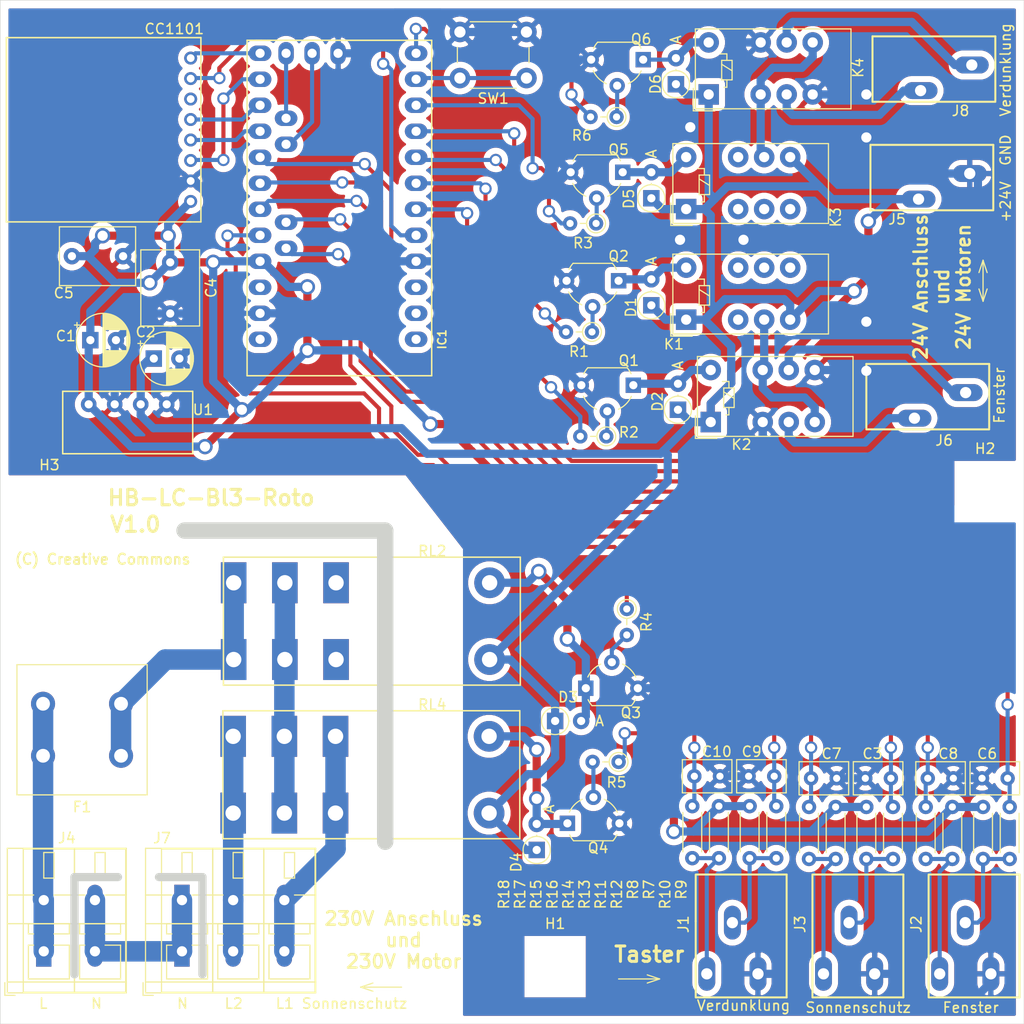
<source format=kicad_pcb>
(kicad_pcb (version 20171130) (host pcbnew 5.1.4-e60b266~84~ubuntu18.04.1)
  (layers (0 F.Cu signal) (31 B.Cu signal hide) (34 B.Paste user hide) (35 F.Paste user hide) (36 B.SilkS user) (37 F.SilkS user) (38 B.Mask user) (39 F.Mask user) (44 Edge.Cuts user))
  (net 0 "")
  (net 1 GND)
  (net 2 +3V3)
  (net 3 "Net-(D1-Pad2)")
  (net 4 +24V)
  (net 5 "Net-(D2-Pad2)")
  (net 6 "Net-(D3-Pad2)")
  (net 7 "Net-(D4-Pad2)")
  (net 8 "Net-(D5-Pad2)")
  (net 9 "Net-(D6-Pad2)")
  (net 10 "Net-(IC1-Pad28)")
  (net 11 "Net-(IC1-Pad27)")
  (net 12 /M3_EN)
  (net 13 /M3_DIR)
  (net 14 "Net-(IC1-Pad24)")
  (net 15 "Net-(IC1-Pad22)")
  (net 16 /M2_DIR)
  (net 17 /M2_EN)
  (net 18 /M1_EN)
  (net 19 /M1_DIR)
  (net 20 /RF_SCLK)
  (net 21 /RF_MISO)
  (net 22 /RF_MOSI)
  (net 23 /RF_CSN)
  (net 24 /TA6)
  (net 25 "Net-(IC1-Pad11)")
  (net 26 /TA5)
  (net 27 /TA3)
  (net 28 /TA4)
  (net 29 /TA1)
  (net 30 /TA2)
  (net 31 /RF_INT)
  (net 32 "Net-(IC1-Pad3)")
  (net 33 "Net-(IC1-Pad2)")
  (net 34 "Net-(IC1-Pad1)")
  (net 35 /L)
  (net 36 /N)
  (net 37 /M1_A)
  (net 38 /M1_B)
  (net 39 /M2_L2)
  (net 40 /M2_L1)
  (net 41 /M3_A)
  (net 42 /M3_B)
  (net 43 "Net-(Q1-Pad2)")
  (net 44 "Net-(Q2-Pad2)")
  (net 45 "Net-(Q3-Pad2)")
  (net 46 "Net-(Q4-Pad2)")
  (net 47 "Net-(Q5-Pad2)")
  (net 48 "Net-(Q6-Pad2)")
  (net 49 /M2_L)
  (net 50 "Net-(RL2-Pad12)")
  (net 51 "Net-(U3-Pad6)")
  (net 52 /L_FUSED)
  (net 53 "Net-(K1-Pad3)")
  (net 54 "Net-(K1-Pad10)")
  (net 55 "Net-(K1-Pad4)")
  (net 56 "Net-(K1-Pad9)")
  (net 57 "Net-(K3-Pad5)")
  (net 58 "Net-(K3-Pad3)")
  (net 59 "Net-(K3-Pad10)")
  (net 60 "Net-(K3-Pad4)")
  (net 61 "Net-(K3-Pad9)")
  (net 62 /TA5_IN)
  (net 63 /TA6_IN)
  (net 64 /TA1_IN)
  (net 65 /TA2_IN)
  (net 66 /TA3_IN)
  (net 67 /TA4_IN)
  (net 68 "Net-(K1-Pad8)")
  (module MountingHole:MountingHole_3.2mm_M3 (layer F.Cu) (at 29.8 87.2)
    (fp_text reference H3 (at 0 -4.2) (layer F.SilkS))
    (fp_text value MountingHole)
    (pad 1 np_thru_hole circle (at 0 0) (size 3.2 3.2) (drill 3.2) (layers *.Cu *.Mask))
  )
  (module MountingHole:MountingHole_3.2mm_M3 (layer F.Cu) (at 121.2 85.6)
    (fp_text reference H2 (at 0 -4.2) (layer F.SilkS))
    (fp_text value MountingHole)
    (pad 1 np_thru_hole circle (at 0 0) (size 3.2 3.2) (drill 3.2) (layers *.Cu *.Mask))
  )
  (module MountingHole:MountingHole_3.2mm_M3 (layer F.Cu) (at 79.2 132)
    (fp_text reference H1 (at 0 -4.2) (layer F.SilkS))
    (fp_text value MountingHole)
    (pad 1 np_thru_hole circle (at 0 0) (size 3.2 3.2) (drill 3.2) (layers *.Cu *.Mask))
  )
  (module arduino:pro_mini (layer F.Cu) (at 58 56.75 90)
    (fp_text reference IC1 (at -13.97 10.16 90) (layer F.SilkS) (effects (font (size 0.8 0.8) (thickness 0.16))))
    (fp_text value ArduinoProMini hide)
    (pad 29 thru_hole oval (at 13.97 0 90) (size 2.19964 1.50114) (drill 0.9) (layers *.Cu *.Mask) (net 1 GND))
    (pad 28 thru_hole oval (at 13.97 -2.54 90) (size 2.19964 1.50114) (drill 0.9) (layers *.Cu *.Mask) (net 10 "Net-(IC1-Pad28)"))
    (pad 27 thru_hole oval (at 13.97 -5.08 90) (size 2.19964 1.50114) (drill 0.9) (layers *.Cu *.Mask) (net 11 "Net-(IC1-Pad27)"))
    (pad 26 thru_hole oval (at -5.08 -5.08 90) (size 1.50114 2.19964) (drill 0.9) (layers *.Cu *.Mask) (net 16 /M2_DIR))
    (pad 25 thru_hole oval (at -2.54 -5.08 90) (size 1.50114 2.19964) (drill 0.9) (layers *.Cu *.Mask) (net 24 /TA6))
    (pad 24 thru_hole oval (at -13.97 -7.62 90) (size 1.50114 2.19964) (drill 0.9) (layers *.Cu *.Mask) (net 14 "Net-(IC1-Pad24)"))
    (pad 23 thru_hole oval (at -11.43 -7.62 90) (size 1.50114 2.19964) (drill 0.9) (layers *.Cu *.Mask) (net 1 GND))
    (pad 22 thru_hole oval (at -8.89 -7.62 90) (size 1.50114 2.19964) (drill 0.9) (layers *.Cu *.Mask) (net 15 "Net-(IC1-Pad22)"))
    (pad 21 thru_hole oval (at -6.35 -7.62 90) (size 1.50114 2.19964) (drill 0.9) (layers *.Cu *.Mask) (net 2 +3V3))
    (pad 20 thru_hole oval (at -3.81 -7.62 90) (size 1.50114 2.19964) (drill 0.9) (layers *.Cu *.Mask) (net 17 /M2_EN))
    (pad 19 thru_hole oval (at -1.27 -7.62 90) (size 1.50114 2.19964) (drill 0.9) (layers *.Cu *.Mask) (net 26 /TA5))
    (pad 18 thru_hole oval (at 1.27 -7.62 90) (size 1.50114 2.19964) (drill 0.9) (layers *.Cu *.Mask) (net 28 /TA4))
    (pad 17 thru_hole oval (at 3.81 -7.62 90) (size 1.50114 2.19964) (drill 0.9) (layers *.Cu *.Mask) (net 27 /TA3))
    (pad 16 thru_hole oval (at 6.35 -7.62 90) (size 1.50114 2.19964) (drill 0.9) (layers *.Cu *.Mask) (net 20 /RF_SCLK))
    (pad 15 thru_hole oval (at 8.89 -7.62 90) (size 1.50114 2.19964) (drill 0.9) (layers *.Cu *.Mask) (net 21 /RF_MISO))
    (pad 14 thru_hole oval (at 11.43 -7.62 90) (size 1.50114 2.19964) (drill 0.9) (layers *.Cu *.Mask) (net 22 /RF_MOSI))
    (pad 13 thru_hole oval (at 13.97 -7.62 90) (size 1.50114 2.19964) (drill 0.9) (layers *.Cu *.Mask) (net 23 /RF_CSN))
    (pad 12 thru_hole oval (at 13.97 7.62 90) (size 1.50114 2.19964) (drill 0.9) (layers *.Cu *.Mask) (net 13 /M3_DIR))
    (pad 11 thru_hole oval (at 11.43 7.62 90) (size 1.50114 2.19964) (drill 0.9) (layers *.Cu *.Mask) (net 25 "Net-(IC1-Pad11)"))
    (pad 10 thru_hole oval (at 8.89 7.62 90) (size 1.50114 2.19964) (drill 0.9) (layers *.Cu *.Mask) (net 12 /M3_EN))
    (pad 9 thru_hole oval (at 6.35 7.62 90) (size 1.50114 2.19964) (drill 0.9) (layers *.Cu *.Mask) (net 18 /M1_EN))
    (pad 8 thru_hole oval (at 3.81 7.62 90) (size 1.50114 2.19964) (drill 0.9) (layers *.Cu *.Mask) (net 19 /M1_DIR))
    (pad 7 thru_hole oval (at 1.27 7.62 90) (size 1.50114 2.19964) (drill 0.9) (layers *.Cu *.Mask) (net 29 /TA1))
    (pad 6 thru_hole oval (at -1.27 7.62 90) (size 1.50114 2.19964) (drill 0.9) (layers *.Cu *.Mask) (net 30 /TA2))
    (pad 5 thru_hole oval (at -3.81 7.62 90) (size 1.50114 2.19964) (drill 0.9) (layers *.Cu *.Mask) (net 31 /RF_INT))
    (pad 4 thru_hole oval (at -6.35 7.62 90) (size 1.50114 2.19964) (drill 0.9) (layers *.Cu *.Mask) (net 1 GND))
    (pad 3 thru_hole oval (at -8.89 7.62 90) (size 1.50114 2.19964) (drill 0.9) (layers *.Cu *.Mask) (net 32 "Net-(IC1-Pad3)"))
    (pad 2 thru_hole oval (at -11.43 7.62 90) (size 1.50114 2.19964) (drill 0.9) (layers *.Cu *.Mask) (net 33 "Net-(IC1-Pad2)"))
    (pad 1 thru_hole oval (at -13.97 7.62 90) (size 1.50114 2.19964) (drill 0.9) (layers *.Cu *.Mask) (net 34 "Net-(IC1-Pad1)"))
    (pad 27 thru_hole oval (at 7.62 -5.08 90) (size 1.50114 2.19964) (drill 0.9) (layers *.Cu *.Mask) (net 11 "Net-(IC1-Pad27)"))
    (pad 28 thru_hole oval (at 5.08 -5.08 90) (size 1.50114 2.19964) (drill 0.9) (layers *.Cu *.Mask) (net 10 "Net-(IC1-Pad28)"))
  )
  (module Relay_THT:Relay_DPDT_Omron_G6S-2 (layer F.Cu) (at 94.4 78.8 90)
    (fp_text reference K2 (at -2.2 3 180) (layer F.SilkS))
    (fp_text value G6S-2)
    (pad 5 thru_hole circle (at 0 10.16 90) (size 2 2) (drill 1) (layers *.Cu *.Mask) (net 55 "Net-(K1-Pad4)"))
    (pad 8 thru_hole circle (at 5.08 10.16 90) (size 2 2) (drill 1) (layers *.Cu *.Mask) (net 1 GND))
    (pad 3 thru_hole circle (at 0 5.08 90) (size 2 2) (drill 1) (layers *.Cu *.Mask) (net 1 GND))
    (pad 1 thru_hole rect (at 0 0 90) (size 2 2) (drill 1) (layers *.Cu *.Mask) (net 4 +24V))
    (pad 10 thru_hole circle (at 5.08 5.08 90) (size 2 2) (drill 1) (layers *.Cu *.Mask) (net 55 "Net-(K1-Pad4)"))
    (pad 12 thru_hole circle (at 5.08 0 90) (size 2 2) (drill 1) (layers *.Cu *.Mask) (net 5 "Net-(D2-Pad2)"))
    (pad 4 thru_hole circle (at 0 7.62) (size 2 2) (drill 1) (layers *.Cu *.Mask) (net 38 /M1_B))
    (pad 9 thru_hole circle (at 5.08 7.62) (size 2 2) (drill 1) (layers *.Cu *.Mask) (net 37 /M1_A))
  )
  (module Diode_THT:D_DO-35_SOD27_P2.54mm_Vertical_AnodeUp (layer F.Cu) (at 91.2 77.6 90)
    (fp_text reference D2 (at 0.8 -2 90) (layer F.SilkS))
    (fp_text value 1N4148)
    (fp_text user A (at 4.34 0 90) (layer F.SilkS))
    (pad 2 thru_hole oval (at 2.54 0 90) (size 1.6 1.6) (drill 0.8) (layers *.Cu *.Mask) (net 5 "Net-(D2-Pad2)"))
    (pad 1 thru_hole rect (at 0 0 90) (size 1.6 1.6) (drill 0.8) (layers *.Cu *.Mask) (net 4 +24V))
  )
  (module Resistor_THT:R_Axial_DIN0204_L3.6mm_D1.6mm_P5.08mm_Horizontal (layer F.Cu) (at 92.6 116.32 270)
    (fp_text reference R18 (at 8.62 18.4 90) (layer F.SilkS))
    (fp_text value 47)
    (pad 2 thru_hole oval (at 5.08 0 270) (size 1.4 1.4) (drill 0.7) (layers *.Cu *.Mask) (net 63 /TA6_IN))
    (pad 1 thru_hole circle (at 0 0 270) (size 1.4 1.4) (drill 0.7) (layers *.Cu *.Mask) (net 24 /TA6))
  )
  (module Resistor_THT:R_Axial_DIN0204_L3.6mm_D1.6mm_P5.08mm_Horizontal (layer F.Cu) (at 95.2 116.32 270)
    (fp_text reference R17 (at 8.62 19.425455 90) (layer F.SilkS))
    (fp_text value 10k)
    (pad 2 thru_hole oval (at 5.08 0 270) (size 1.4 1.4) (drill 0.7) (layers *.Cu *.Mask) (net 63 /TA6_IN))
    (pad 1 thru_hole circle (at 0 0 270) (size 1.4 1.4) (drill 0.7) (layers *.Cu *.Mask) (net 2 +3V3))
  )
  (module Resistor_THT:R_Axial_DIN0204_L3.6mm_D1.6mm_P5.08mm_Horizontal (layer F.Cu) (at 100.8 116.32 270)
    (fp_text reference R16 (at 8.62 21.876365 90) (layer F.SilkS))
    (fp_text value 47)
    (pad 2 thru_hole oval (at 5.08 0 270) (size 1.4 1.4) (drill 0.7) (layers *.Cu *.Mask) (net 62 /TA5_IN))
    (pad 1 thru_hole circle (at 0 0 270) (size 1.4 1.4) (drill 0.7) (layers *.Cu *.Mask) (net 26 /TA5))
  )
  (module Resistor_THT:R_Axial_DIN0204_L3.6mm_D1.6mm_P5.08mm_Horizontal (layer F.Cu) (at 98.2 116.32 270)
    (fp_text reference R15 (at 8.62 20.85091 90) (layer F.SilkS))
    (fp_text value 10k)
    (pad 2 thru_hole oval (at 5.08 0 270) (size 1.4 1.4) (drill 0.7) (layers *.Cu *.Mask) (net 62 /TA5_IN))
    (pad 1 thru_hole circle (at 0 0 270) (size 1.4 1.4) (drill 0.7) (layers *.Cu *.Mask) (net 2 +3V3))
  )
  (module Resistor_THT:R_Axial_DIN0204_L3.6mm_D1.6mm_P5.08mm_Horizontal (layer F.Cu) (at 104 116.4 270)
    (fp_text reference R13 (at 8.54 21.927275 90) (layer F.SilkS))
    (fp_text value 47)
    (pad 2 thru_hole oval (at 5.08 0 270) (size 1.4 1.4) (drill 0.7) (layers *.Cu *.Mask) (net 67 /TA4_IN))
    (pad 1 thru_hole circle (at 0 0 270) (size 1.4 1.4) (drill 0.7) (layers *.Cu *.Mask) (net 28 /TA4))
  )
  (module Resistor_THT:R_Axial_DIN0204_L3.6mm_D1.6mm_P5.08mm_Horizontal (layer F.Cu) (at 106.6 116.4 270)
    (fp_text reference R11 (at 8.54 22.95273 90) (layer F.SilkS))
    (fp_text value 10k)
    (pad 2 thru_hole oval (at 5.08 0 270) (size 1.4 1.4) (drill 0.7) (layers *.Cu *.Mask) (net 67 /TA4_IN))
    (pad 1 thru_hole circle (at 0 0 270) (size 1.4 1.4) (drill 0.7) (layers *.Cu *.Mask) (net 2 +3V3))
  )
  (module Resistor_THT:R_Axial_DIN0204_L3.6mm_D1.6mm_P5.08mm_Horizontal (layer F.Cu) (at 112.2 116.4 270)
    (fp_text reference R9 (at 8.06381 20.680005 90) (layer F.SilkS))
    (fp_text value 47)
    (pad 2 thru_hole oval (at 5.08 0 270) (size 1.4 1.4) (drill 0.7) (layers *.Cu *.Mask) (net 66 /TA3_IN))
    (pad 1 thru_hole circle (at 0 0 270) (size 1.4 1.4) (drill 0.7) (layers *.Cu *.Mask) (net 27 /TA3))
  )
  (module Resistor_THT:R_Axial_DIN0204_L3.6mm_D1.6mm_P5.08mm_Horizontal (layer F.Cu) (at 109.6 116.4 270)
    (fp_text reference R7 (at 8.06381 21.229095 90) (layer F.SilkS))
    (fp_text value 10k)
    (pad 2 thru_hole oval (at 5.08 0 270) (size 1.4 1.4) (drill 0.7) (layers *.Cu *.Mask) (net 66 /TA3_IN))
    (pad 1 thru_hole circle (at 0 0 270) (size 1.4 1.4) (drill 0.7) (layers *.Cu *.Mask) (net 2 +3V3))
  )
  (module Resistor_THT:R_Axial_DIN0204_L3.6mm_D1.6mm_P5.08mm_Horizontal (layer F.Cu) (at 115.4 116.4 270)
    (fp_text reference R14 (at 8.54 34.90182 90) (layer F.SilkS))
    (fp_text value 47)
    (pad 2 thru_hole oval (at 5.08 0 270) (size 1.4 1.4) (drill 0.7) (layers *.Cu *.Mask) (net 65 /TA2_IN))
    (pad 1 thru_hole circle (at 0 0 270) (size 1.4 1.4) (drill 0.7) (layers *.Cu *.Mask) (net 30 /TA2))
  )
  (module Resistor_THT:R_Axial_DIN0204_L3.6mm_D1.6mm_P5.08mm_Horizontal (layer F.Cu) (at 118 116.4 270)
    (fp_text reference R12 (at 8.54 32.778185 90) (layer F.SilkS))
    (fp_text value 10k)
    (pad 2 thru_hole oval (at 5.08 0 270) (size 1.4 1.4) (drill 0.7) (layers *.Cu *.Mask) (net 65 /TA2_IN))
    (pad 1 thru_hole circle (at 0 0 270) (size 1.4 1.4) (drill 0.7) (layers *.Cu *.Mask) (net 2 +3V3))
  )
  (module Resistor_THT:R_Axial_DIN0204_L3.6mm_D1.6mm_P5.08mm_Horizontal (layer F.Cu) (at 123.6 116.4 270)
    (fp_text reference R10 (at 8.54 33.65455 90) (layer F.SilkS))
    (fp_text value 47)
    (pad 2 thru_hole oval (at 5.08 0 270) (size 1.4 1.4) (drill 0.7) (layers *.Cu *.Mask) (net 64 /TA1_IN))
    (pad 1 thru_hole circle (at 0 0 270) (size 1.4 1.4) (drill 0.7) (layers *.Cu *.Mask) (net 29 /TA1))
  )
  (module Resistor_THT:R_Axial_DIN0204_L3.6mm_D1.6mm_P5.08mm_Horizontal (layer F.Cu) (at 121 116.4 270)
    (fp_text reference R8 (at 8.06381 34.20364 90) (layer F.SilkS))
    (fp_text value 10k)
    (pad 2 thru_hole oval (at 5.08 0 270) (size 1.4 1.4) (drill 0.7) (layers *.Cu *.Mask) (net 64 /TA1_IN))
    (pad 1 thru_hole circle (at 0 0 270) (size 1.4 1.4) (drill 0.7) (layers *.Cu *.Mask) (net 2 +3V3))
  )
  (module Diode_THT:D_DO-35_SOD27_P2.54mm_Vertical_AnodeUp (layer F.Cu) (at 77.4 120.6 90)
    (fp_text reference D4 (at -1.2 -2 90) (layer F.SilkS))
    (fp_text value 1N4148)
    (fp_text user A (at 4 1.2 90) (layer F.SilkS))
    (pad 2 thru_hole oval (at 2.54 0 90) (size 1.6 1.6) (drill 0.8) (layers *.Cu *.Mask) (net 7 "Net-(D4-Pad2)"))
    (pad 1 thru_hole rect (at 0 0 90) (size 1.6 1.6) (drill 0.8) (layers *.Cu *.Mask) (net 4 +24V))
  )
  (module wago:P-250-403 (layer F.Cu) (at 104.4 129 90)
    (fp_text reference J3 (at 1.143 -1.27 90) (layer F.SilkS))
    (fp_text value "Taster Sonnenschutz" hide)
    (pad L3 thru_hole oval (at -3.7 6.0145 90) (size 3.3 1.65) (drill 1.1) (layers *.Cu *.Mask) (net 1 GND))
    (pad L2 thru_hole oval (at 1.3 3.5145 90) (size 3.3 1.65) (drill 1.1) (layers *.Cu *.Mask) (net 66 /TA3_IN))
    (pad L1 thru_hole oval (at -3.7 1.0145 90) (size 3.3 1.65) (drill 1.1) (layers *.Cu *.Mask) (net 67 /TA4_IN))
  )
  (module wago:P-250-403 (layer F.Cu) (at 115.75 129 90)
    (fp_text reference J2 (at 1.143 -1.27 90) (layer F.SilkS))
    (fp_text value "Taster Fenster" hide)
    (pad L3 thru_hole oval (at -3.7 6.0145 90) (size 3.3 1.65) (drill 1.1) (layers *.Cu *.Mask) (net 1 GND))
    (pad L2 thru_hole oval (at 1.3 3.5145 90) (size 3.3 1.65) (drill 1.1) (layers *.Cu *.Mask) (net 64 /TA1_IN))
    (pad L1 thru_hole oval (at -3.7 1.0145 90) (size 3.3 1.65) (drill 1.1) (layers *.Cu *.Mask) (net 65 /TA2_IN))
  )
  (module wago:P-250-403 (layer F.Cu) (at 93 129 90)
    (fp_text reference J1 (at 1.143 -1.27 90) (layer F.SilkS))
    (fp_text value "Taster Verdunklung" hide)
    (pad L3 thru_hole oval (at -3.7 6.0145 90) (size 3.3 1.65) (drill 1.1) (layers *.Cu *.Mask) (net 1 GND))
    (pad L2 thru_hole oval (at 1.3 3.5145 90) (size 3.3 1.65) (drill 1.1) (layers *.Cu *.Mask) (net 62 /TA5_IN))
    (pad L1 thru_hole oval (at -3.7 1.0145 90) (size 3.3 1.65) (drill 1.1) (layers *.Cu *.Mask) (net 63 /TA6_IN))
  )
  (module Capacitor_THT:C_Rect_L4.6mm_W3.0mm_P2.50mm_MKS02_FKP02 (layer F.Cu) (at 92.8 113.4)
    (fp_text reference C10 (at 2.2 -2.4) (layer F.SilkS))
    (fp_text value 100n)
    (pad 2 thru_hole circle (at 2.5 0) (size 1.4 1.4) (drill 0.7) (layers *.Cu *.Mask) (net 1 GND))
    (pad 1 thru_hole circle (at 0 0) (size 1.4 1.4) (drill 0.7) (layers *.Cu *.Mask) (net 24 /TA6))
  )
  (module Capacitor_THT:C_Rect_L4.6mm_W3.0mm_P2.50mm_MKS02_FKP02 (layer F.Cu) (at 100.6 113.4 180)
    (fp_text reference C9 (at 2.2 2.4) (layer F.SilkS))
    (fp_text value 100n)
    (pad 2 thru_hole circle (at 2.5 0 180) (size 1.4 1.4) (drill 0.7) (layers *.Cu *.Mask) (net 1 GND))
    (pad 1 thru_hole circle (at 0 0 180) (size 1.4 1.4) (drill 0.7) (layers *.Cu *.Mask) (net 26 /TA5))
  )
  (module Capacitor_THT:C_Rect_L4.6mm_W3.0mm_P2.50mm_MKS02_FKP02 (layer F.Cu) (at 115.6 113.6)
    (fp_text reference C8 (at 2 -2.4) (layer F.SilkS))
    (fp_text value 100n)
    (pad 2 thru_hole circle (at 2.5 0) (size 1.4 1.4) (drill 0.7) (layers *.Cu *.Mask) (net 1 GND))
    (pad 1 thru_hole circle (at 0 0) (size 1.4 1.4) (drill 0.7) (layers *.Cu *.Mask) (net 30 /TA2))
  )
  (module Capacitor_THT:C_Rect_L4.6mm_W3.0mm_P2.50mm_MKS02_FKP02 (layer F.Cu) (at 104.2 113.6)
    (fp_text reference C7 (at 2 -2.4) (layer F.SilkS))
    (fp_text value 100n)
    (pad 2 thru_hole circle (at 2.5 0) (size 1.4 1.4) (drill 0.7) (layers *.Cu *.Mask) (net 1 GND))
    (pad 1 thru_hole circle (at 0 0) (size 1.4 1.4) (drill 0.7) (layers *.Cu *.Mask) (net 28 /TA4))
  )
  (module Capacitor_THT:C_Rect_L4.6mm_W3.0mm_P2.50mm_MKS02_FKP02 (layer F.Cu) (at 123.4 113.6 180)
    (fp_text reference C6 (at 2 2.4) (layer F.SilkS))
    (fp_text value 100n)
    (pad 2 thru_hole circle (at 2.5 0 180) (size 1.4 1.4) (drill 0.7) (layers *.Cu *.Mask) (net 1 GND))
    (pad 1 thru_hole circle (at 0 0 180) (size 1.4 1.4) (drill 0.7) (layers *.Cu *.Mask) (net 29 /TA1))
  )
  (module Capacitor_THT:C_Rect_L7.2mm_W5.5mm_P5.00mm_FKS2_FKP2_MKS2_MKP2 (layer F.Cu) (at 37 62.6 180)
    (fp_text reference C5 (at 5.8 -3.6) (layer F.SilkS))
    (fp_text value 1u)
    (pad 2 thru_hole circle (at 5 0 180) (size 1.6 1.6) (drill 0.8) (layers *.Cu *.Mask) (net 2 +3V3))
    (pad 1 thru_hole circle (at 0 0 180) (size 1.6 1.6) (drill 0.8) (layers *.Cu *.Mask) (net 1 GND))
  )
  (module Capacitor_THT:C_Rect_L7.2mm_W5.5mm_P5.00mm_FKS2_FKP2_MKS2_MKP2 (layer F.Cu) (at 41.6 63.2 270)
    (fp_text reference C4 (at 2.5 -4 90) (layer F.SilkS))
    (fp_text value 1u)
    (pad 2 thru_hole circle (at 5 0 270) (size 1.6 1.6) (drill 0.8) (layers *.Cu *.Mask) (net 1 GND))
    (pad 1 thru_hole circle (at 0 0 270) (size 1.6 1.6) (drill 0.8) (layers *.Cu *.Mask) (net 2 +3V3))
  )
  (module Capacitor_THT:C_Rect_L4.6mm_W3.0mm_P2.50mm_MKS02_FKP02 (layer F.Cu) (at 112 113.6 180)
    (fp_text reference C3 (at 1.8 2.4) (layer F.SilkS))
    (fp_text value 100n)
    (pad 2 thru_hole circle (at 2.5 0 180) (size 1.4 1.4) (drill 0.7) (layers *.Cu *.Mask) (net 1 GND))
    (pad 1 thru_hole circle (at 0 0 180) (size 1.4 1.4) (drill 0.7) (layers *.Cu *.Mask) (net 27 /TA3))
  )
  (module radio:CC1101_Module (layer F.Cu) (at 43.6 50.25 90)
    (fp_text reference U3 hide)
    (fp_text value CC1101-868MHz-Module)
    (fp_text user CC1101 (at 9.85 -1.6) (layer F.SilkS))
    (pad 8 thru_hole circle (at 7 0 90) (size 1.27 1.27) (drill 0.762) (layers *.Cu *.Mask) (net 23 /RF_CSN))
    (pad 7 thru_hole circle (at 5 0 90) (size 1.27 1.27) (drill 0.762) (layers *.Cu *.Mask) (net 31 /RF_INT))
    (pad 6 thru_hole circle (at 3 0 90) (size 1.27 1.27) (drill 0.762) (layers *.Cu *.Mask) (net 51 "Net-(U3-Pad6)"))
    (pad 5 thru_hole circle (at 1 0 90) (size 1.27 1.27) (drill 0.762) (layers *.Cu *.Mask) (net 21 /RF_MISO))
    (pad 4 thru_hole circle (at -1 0 90) (size 1.27 1.27) (drill 0.762) (layers *.Cu *.Mask) (net 20 /RF_SCLK))
    (pad 3 thru_hole circle (at -3 0 90) (size 1.27 1.27) (drill 0.762) (layers *.Cu *.Mask) (net 22 /RF_MOSI))
    (pad 2 thru_hole circle (at -5 0 90) (size 1.27 1.27) (drill 0.762) (layers *.Cu *.Mask) (net 1 GND))
    (pad 1 thru_hole circle (at -7 0 90) (size 1.27 1.27) (drill 0.762) (layers *.Cu *.Mask) (net 2 +3V3))
  )
  (module supply:SIL-4 (layer F.Cu) (at 43.8 75.8 180)
    (fp_text reference U1 (at -1 -1.8) (layer F.SilkS))
    (fp_text value AM1S-xxxxS)
    (pad 4 thru_hole circle (at 10.16 -1.27 180) (size 1.524 1.524) (drill 0.8) (layers *.Cu *.Mask) (net 2 +3V3))
    (pad 3 thru_hole circle (at 7.62 -1.27 180) (size 1.524 1.524) (drill 0.8) (layers *.Cu *.Mask) (net 1 GND))
    (pad 2 thru_hole circle (at 5.08 -1.27 180) (size 1.524 1.524) (drill 0.8) (layers *.Cu *.Mask) (net 4 +24V))
    (pad 1 thru_hole circle (at 2.54 -1.27 180) (size 1.524 1.524) (drill 0.8) (layers *.Cu *.Mask) (net 1 GND))
  )
  (module relay:FIN4061 (layer F.Cu) (at 72.75 117 180)
    (fp_text reference RL4 (at 5.55 10.6) (layer F.SilkS))
    (fp_text value FINDER-40.61)
    (pad A1 thru_hole circle (at 0 0 180) (size 3 3) (drill 1.5) (layers *.Cu *.Mask) (net 4 +24V))
    (pad A2 thru_hole circle (at 0 7.5 180) (size 3 3) (drill 1.5) (layers *.Cu *.Mask) (net 7 "Net-(D4-Pad2)"))
    (pad 11 thru_hole rect (at 20 0 180) (size 2.5 4) (drill 1.5) (layers *.Cu *.Mask) (net 49 /M2_L))
    (pad 14 thru_hole rect (at 25 0 180) (size 2.5 4) (drill 1.5) (layers *.Cu *.Mask) (net 39 /M2_L2))
    (pad 12 thru_hole rect (at 15 0 180) (size 2.5 4) (drill 1.5) (layers *.Cu *.Mask) (net 40 /M2_L1))
    (pad 22 thru_hole rect (at 15 7.5 180) (size 2.5 4) (drill 1.5) (layers *.Cu *.Mask) (net 40 /M2_L1))
    (pad 21 thru_hole rect (at 20 7.5 180) (size 2.5 4) (drill 1.5) (layers *.Cu *.Mask) (net 49 /M2_L))
    (pad 24 thru_hole rect (at 25 7.5 180) (size 2.5 4) (drill 1.5) (layers *.Cu *.Mask) (net 39 /M2_L2))
  )
  (module relay:FIN4061 (layer F.Cu) (at 72.8 102 180)
    (fp_text reference RL2 (at 5.6 10.6) (layer F.SilkS))
    (fp_text value FINDER-40.61)
    (pad A1 thru_hole circle (at 0 0 180) (size 3 3) (drill 1.5) (layers *.Cu *.Mask) (net 4 +24V))
    (pad A2 thru_hole circle (at 0 7.5 180) (size 3 3) (drill 1.5) (layers *.Cu *.Mask) (net 6 "Net-(D3-Pad2)"))
    (pad 11 thru_hole rect (at 20 0 180) (size 2.5 4) (drill 1.5) (layers *.Cu *.Mask) (net 49 /M2_L))
    (pad 14 thru_hole rect (at 25 0 180) (size 2.5 4) (drill 1.5) (layers *.Cu *.Mask) (net 52 /L_FUSED))
    (pad 12 thru_hole rect (at 15 0 180) (size 2.5 4) (drill 1.5) (layers *.Cu *.Mask) (net 50 "Net-(RL2-Pad12)"))
    (pad 22 thru_hole rect (at 15 7.5 180) (size 2.5 4) (drill 1.5) (layers *.Cu *.Mask) (net 50 "Net-(RL2-Pad12)"))
    (pad 21 thru_hole rect (at 20 7.5 180) (size 2.5 4) (drill 1.5) (layers *.Cu *.Mask) (net 49 /M2_L))
    (pad 24 thru_hole rect (at 25 7.5 180) (size 2.5 4) (drill 1.5) (layers *.Cu *.Mask) (net 52 /L_FUSED))
  )
  (module wago:P-250-402 (layer F.Cu) (at 116.2 47.4 180)
    (fp_text reference J8 (at -2.6 -1) (layer F.SilkS))
    (fp_text value "Motor Verdunklung 24V" hide)
    (pad L2 thru_hole oval (at -3.7 3.4745 180) (size 3.3 1.65) (drill 1.1) (layers *.Cu *.Mask) (net 42 /M3_B))
    (pad L1 thru_hole oval (at 1.3 0.9745 180) (size 3.3 1.65) (drill 1.1) (layers *.Cu *.Mask) (net 41 /M3_A))
  )
  (module wago:P-250-402 (layer F.Cu) (at 115.6 79.4 180)
    (fp_text reference J6 (at -1.6 -1.2) (layer F.SilkS))
    (fp_text value "Motor Fenster 24V" hide)
    (pad L2 thru_hole oval (at -3.7 3.4745 180) (size 3.3 1.65) (drill 1.1) (layers *.Cu *.Mask) (net 37 /M1_A))
    (pad L1 thru_hole oval (at 1.3 0.9745 180) (size 3.3 1.65) (drill 1.1) (layers *.Cu *.Mask) (net 38 /M1_B))
  )
  (module wago:P-250-402 (layer F.Cu) (at 116 58 180)
    (fp_text reference J5 (at 3.4 -1) (layer F.SilkS))
    (fp_text value 24V hide)
    (pad L2 thru_hole oval (at -3.7 3.4745 180) (size 3.3 1.65) (drill 1.1) (layers *.Cu *.Mask) (net 1 GND))
    (pad L1 thru_hole oval (at 1.3 0.9745 180) (size 3.3 1.65) (drill 1.1) (layers *.Cu *.Mask) (net 4 +24V))
  )
  (module Capacitor_THT:CP_Radial_D5.0mm_P2.50mm (layer F.Cu) (at 40 72.6)
    (fp_text reference C2 (at -0.8 -2.6) (layer F.SilkS))
    (fp_text value 10µF)
    (pad 2 thru_hole circle (at 2.5 0) (size 1.6 1.6) (drill 0.8) (layers *.Cu *.Mask) (net 1 GND))
    (pad 1 thru_hole rect (at 0 0) (size 1.6 1.6) (drill 0.8) (layers *.Cu *.Mask) (net 4 +24V))
  )
  (module Relay_THT:Relay_DPDT_Omron_G6S-2 (layer F.Cu) (at 94.2 46.8 90)
    (fp_text reference K4 (at 2.6 14.6 90) (layer F.SilkS))
    (fp_text value G6S-2)
    (pad 5 thru_hole circle (at 0 10.16 90) (size 2 2) (drill 1) (layers *.Cu *.Mask) (net 1 GND))
    (pad 8 thru_hole circle (at 5.08 10.16 90) (size 2 2) (drill 1) (layers *.Cu *.Mask) (net 61 "Net-(K3-Pad9)"))
    (pad 3 thru_hole circle (at 0 5.08 90) (size 2 2) (drill 1) (layers *.Cu *.Mask) (net 61 "Net-(K3-Pad9)"))
    (pad 1 thru_hole rect (at 0 0 90) (size 2 2) (drill 1) (layers *.Cu *.Mask) (net 4 +24V))
    (pad 10 thru_hole circle (at 5.08 5.08 90) (size 2 2) (drill 1) (layers *.Cu *.Mask) (net 1 GND))
    (pad 12 thru_hole circle (at 5.08 0 90) (size 2 2) (drill 1) (layers *.Cu *.Mask) (net 9 "Net-(D6-Pad2)"))
    (pad 4 thru_hole circle (at 0 7.62) (size 2 2) (drill 1) (layers *.Cu *.Mask) (net 41 /M3_A))
    (pad 9 thru_hole circle (at 5.08 7.62) (size 2 2) (drill 1) (layers *.Cu *.Mask) (net 42 /M3_B))
  )
  (module Relay_THT:Relay_DPDT_Omron_G6S-2 (layer F.Cu) (at 92 58 90)
    (fp_text reference K3 (at -0.8 14.6 90) (layer F.SilkS))
    (fp_text value G6S-2)
    (pad 5 thru_hole circle (at 0 10.16 90) (size 2 2) (drill 1) (layers *.Cu *.Mask) (net 57 "Net-(K3-Pad5)"))
    (pad 8 thru_hole circle (at 5.08 10.16 90) (size 2 2) (drill 1) (layers *.Cu *.Mask) (net 4 +24V))
    (pad 3 thru_hole circle (at 0 5.08 90) (size 2 2) (drill 1) (layers *.Cu *.Mask) (net 58 "Net-(K3-Pad3)"))
    (pad 1 thru_hole rect (at 0 0 90) (size 2 2) (drill 1) (layers *.Cu *.Mask) (net 4 +24V))
    (pad 10 thru_hole circle (at 5.08 5.08 90) (size 2 2) (drill 1) (layers *.Cu *.Mask) (net 59 "Net-(K3-Pad10)"))
    (pad 12 thru_hole circle (at 5.08 0 90) (size 2 2) (drill 1) (layers *.Cu *.Mask) (net 8 "Net-(D5-Pad2)"))
    (pad 4 thru_hole circle (at 0 7.62) (size 2 2) (drill 1) (layers *.Cu *.Mask) (net 60 "Net-(K3-Pad4)"))
    (pad 9 thru_hole circle (at 5.08 7.62) (size 2 2) (drill 1) (layers *.Cu *.Mask) (net 61 "Net-(K3-Pad9)"))
  )
  (module Relay_THT:Relay_DPDT_Omron_G6S-2 (layer F.Cu) (at 92 68.8 90)
    (fp_text reference K1 (at -2.4 -1.2 180) (layer F.SilkS))
    (fp_text value G6S-2)
    (pad 5 thru_hole circle (at 0 10.16 90) (size 2 2) (drill 1) (layers *.Cu *.Mask) (net 4 +24V))
    (pad 8 thru_hole circle (at 5.08 10.16 90) (size 2 2) (drill 1) (layers *.Cu *.Mask) (net 68 "Net-(K1-Pad8)"))
    (pad 3 thru_hole circle (at 0 5.08 90) (size 2 2) (drill 1) (layers *.Cu *.Mask) (net 53 "Net-(K1-Pad3)"))
    (pad 1 thru_hole rect (at 0 0 90) (size 2 2) (drill 1) (layers *.Cu *.Mask) (net 4 +24V))
    (pad 10 thru_hole circle (at 5.08 5.08 90) (size 2 2) (drill 1) (layers *.Cu *.Mask) (net 54 "Net-(K1-Pad10)"))
    (pad 12 thru_hole circle (at 5.08 0 90) (size 2 2) (drill 1) (layers *.Cu *.Mask) (net 3 "Net-(D1-Pad2)"))
    (pad 4 thru_hole circle (at 0 7.62) (size 2 2) (drill 1) (layers *.Cu *.Mask) (net 55 "Net-(K1-Pad4)"))
    (pad 9 thru_hole circle (at 5.08 7.62) (size 2 2) (drill 1) (layers *.Cu *.Mask) (net 56 "Net-(K1-Pad9)"))
  )
  (module Fuse:Fuseholder_Cylinder-5x20mm_Schurter_FPG4_Vertical_Closed (layer F.Cu) (at 36.8 111.4 180)
    (fp_text reference F1 (at 3.81 -5) (layer F.SilkS))
    (fp_text value Fuse)
    (pad 1 thru_hole circle (at 0 5.08 180) (size 2.35 2.35) (drill 1.35) (layers *.Cu *.Mask) (net 52 /L_FUSED))
    (pad 2 thru_hole circle (at 7.62 5.08 180) (size 2.35 2.35) (drill 1.35) (layers *.Cu *.Mask) (net 35 /L))
    (pad 2 thru_hole circle (at 7.62 0 180) (size 2.35 2.35) (drill 1.35) (layers *.Cu *.Mask) (net 35 /L))
    (pad 1 thru_hole circle (at 0 0 180) (size 2.35 2.35) (drill 1.35) (layers *.Cu *.Mask) (net 52 /L_FUSED))
  )
  (module Button_Switch_THT:SW_PUSH_6mm_H4.3mm (layer F.Cu) (at 76.4 45.2 180)
    (fp_text reference SW1 (at 3.25 -2) (layer F.SilkS))
    (fp_text value SW_Push)
    (pad 1 thru_hole circle (at 6.5 0 270) (size 2 2) (drill 1.1) (layers *.Cu *.Mask) (net 25 "Net-(IC1-Pad11)"))
    (pad 2 thru_hole circle (at 6.5 4.5 270) (size 2 2) (drill 1.1) (layers *.Cu *.Mask) (net 1 GND))
    (pad 1 thru_hole circle (at 0 0 270) (size 2 2) (drill 1.1) (layers *.Cu *.Mask) (net 25 "Net-(IC1-Pad11)"))
    (pad 2 thru_hole circle (at 0 4.5 270) (size 2 2) (drill 1.1) (layers *.Cu *.Mask) (net 1 GND))
  )
  (module Resistor_THT:R_Axial_DIN0204_L3.6mm_D1.6mm_P2.54mm_Vertical (layer F.Cu) (at 85.2 49 180)
    (fp_text reference R6 (at 3.4 -1.8) (layer F.SilkS))
    (fp_text value 7k5)
    (pad 2 thru_hole oval (at 2.54 0 180) (size 1.4 1.4) (drill 0.7) (layers *.Cu *.Mask) (net 13 /M3_DIR))
    (pad 1 thru_hole circle (at 0 0 180) (size 1.4 1.4) (drill 0.7) (layers *.Cu *.Mask) (net 48 "Net-(Q6-Pad2)"))
  )
  (module Resistor_THT:R_Axial_DIN0204_L3.6mm_D1.6mm_P2.54mm_Vertical (layer F.Cu) (at 85.4 112 180)
    (fp_text reference R5 (at 0.2 -2) (layer F.SilkS))
    (fp_text value 2k4)
    (pad 2 thru_hole oval (at 2.54 0 180) (size 1.4 1.4) (drill 0.7) (layers *.Cu *.Mask) (net 46 "Net-(Q4-Pad2)"))
    (pad 1 thru_hole circle (at 0 0 180) (size 1.4 1.4) (drill 0.7) (layers *.Cu *.Mask) (net 16 /M2_DIR))
  )
  (module Resistor_THT:R_Axial_DIN0204_L3.6mm_D1.6mm_P2.54mm_Vertical (layer F.Cu) (at 86.2 97.06 270)
    (fp_text reference R4 (at 1.27 -1.92 90) (layer F.SilkS))
    (fp_text value 2k4)
    (pad 2 thru_hole oval (at 2.54 0 270) (size 1.4 1.4) (drill 0.7) (layers *.Cu *.Mask) (net 45 "Net-(Q3-Pad2)"))
    (pad 1 thru_hole circle (at 0 0 270) (size 1.4 1.4) (drill 0.7) (layers *.Cu *.Mask) (net 17 /M2_EN))
  )
  (module Resistor_THT:R_Axial_DIN0204_L3.6mm_D1.6mm_P2.54mm_Vertical (layer F.Cu) (at 83.2 59.4 180)
    (fp_text reference R3 (at 1.27 -1.92) (layer F.SilkS))
    (fp_text value 7k5)
    (pad 2 thru_hole oval (at 2.54 0 180) (size 1.4 1.4) (drill 0.7) (layers *.Cu *.Mask) (net 12 /M3_EN))
    (pad 1 thru_hole circle (at 0 0 180) (size 1.4 1.4) (drill 0.7) (layers *.Cu *.Mask) (net 47 "Net-(Q5-Pad2)"))
  )
  (module Resistor_THT:R_Axial_DIN0204_L3.6mm_D1.6mm_P2.54mm_Vertical (layer F.Cu) (at 84.2 80.2 180)
    (fp_text reference R2 (at -2.2 0.4) (layer F.SilkS))
    (fp_text value 7k5)
    (pad 2 thru_hole oval (at 2.54 0 180) (size 1.4 1.4) (drill 0.7) (layers *.Cu *.Mask) (net 19 /M1_DIR))
    (pad 1 thru_hole circle (at 0 0 180) (size 1.4 1.4) (drill 0.7) (layers *.Cu *.Mask) (net 43 "Net-(Q1-Pad2)"))
  )
  (module Resistor_THT:R_Axial_DIN0204_L3.6mm_D1.6mm_P2.54mm_Vertical (layer F.Cu) (at 82.8 70 180)
    (fp_text reference R1 (at 1.27 -1.92) (layer F.SilkS))
    (fp_text value 7k5)
    (pad 2 thru_hole oval (at 2.54 0 180) (size 1.4 1.4) (drill 0.7) (layers *.Cu *.Mask) (net 18 /M1_EN))
    (pad 1 thru_hole circle (at 0 0 180) (size 1.4 1.4) (drill 0.7) (layers *.Cu *.Mask) (net 44 "Net-(Q2-Pad2)"))
  )
  (module Package_TO_SOT_THT:TO-92L_Wide (layer F.Cu) (at 87.8 43.4 180)
    (fp_text reference Q6 (at 0.2 2) (layer F.SilkS))
    (fp_text value BC337)
    (pad 1 thru_hole rect (at 0 0 270) (size 1.5 1.5) (drill 0.8) (layers *.Cu *.Mask) (net 9 "Net-(D6-Pad2)"))
    (pad 3 thru_hole circle (at 5.08 0 270) (size 1.5 1.5) (drill 0.8) (layers *.Cu *.Mask) (net 1 GND))
    (pad 2 thru_hole circle (at 2.54 -2.54 270) (size 1.5 1.5) (drill 0.8) (layers *.Cu *.Mask) (net 48 "Net-(Q6-Pad2)"))
  )
  (module Package_TO_SOT_THT:TO-92L_Wide (layer F.Cu) (at 85.8 54.4 180)
    (fp_text reference Q5 (at 0.4 2.2) (layer F.SilkS))
    (fp_text value BC337)
    (pad 1 thru_hole rect (at 0 0 270) (size 1.5 1.5) (drill 0.8) (layers *.Cu *.Mask) (net 8 "Net-(D5-Pad2)"))
    (pad 3 thru_hole circle (at 5.08 0 270) (size 1.5 1.5) (drill 0.8) (layers *.Cu *.Mask) (net 1 GND))
    (pad 2 thru_hole circle (at 2.54 -2.54 270) (size 1.5 1.5) (drill 0.8) (layers *.Cu *.Mask) (net 47 "Net-(Q5-Pad2)"))
  )
  (module Package_TO_SOT_THT:TO-92L_Wide (layer F.Cu) (at 80.4 118)
    (fp_text reference Q4 (at 3 2.4) (layer F.SilkS))
    (fp_text value BC337)
    (pad 1 thru_hole rect (at 0 0 90) (size 1.5 1.5) (drill 0.8) (layers *.Cu *.Mask) (net 7 "Net-(D4-Pad2)"))
    (pad 3 thru_hole circle (at 5.08 0 90) (size 1.5 1.5) (drill 0.8) (layers *.Cu *.Mask) (net 1 GND))
    (pad 2 thru_hole circle (at 2.54 -2.54 90) (size 1.5 1.5) (drill 0.8) (layers *.Cu *.Mask) (net 46 "Net-(Q4-Pad2)"))
  )
  (module Package_TO_SOT_THT:TO-92L_Wide (layer F.Cu) (at 82.2 104.8)
    (fp_text reference Q3 (at 4.4 2.4) (layer F.SilkS))
    (fp_text value BC337)
    (pad 1 thru_hole rect (at 0 0 90) (size 1.5 1.5) (drill 0.8) (layers *.Cu *.Mask) (net 6 "Net-(D3-Pad2)"))
    (pad 3 thru_hole circle (at 5.08 0 90) (size 1.5 1.5) (drill 0.8) (layers *.Cu *.Mask) (net 1 GND))
    (pad 2 thru_hole circle (at 2.54 -2.54 90) (size 1.5 1.5) (drill 0.8) (layers *.Cu *.Mask) (net 45 "Net-(Q3-Pad2)"))
  )
  (module Package_TO_SOT_THT:TO-92L_Wide (layer F.Cu) (at 85.4 65 180)
    (fp_text reference Q2 (at 0 2.4) (layer F.SilkS))
    (fp_text value BC337)
    (pad 1 thru_hole rect (at 0 0 270) (size 1.5 1.5) (drill 0.8) (layers *.Cu *.Mask) (net 3 "Net-(D1-Pad2)"))
    (pad 3 thru_hole circle (at 5.08 0 270) (size 1.5 1.5) (drill 0.8) (layers *.Cu *.Mask) (net 1 GND))
    (pad 2 thru_hole circle (at 2.54 -2.54 270) (size 1.5 1.5) (drill 0.8) (layers *.Cu *.Mask) (net 44 "Net-(Q2-Pad2)"))
  )
  (module Package_TO_SOT_THT:TO-92L_Wide (layer F.Cu) (at 86.839775 75.2 180)
    (fp_text reference Q1 (at 0.439775 2.4) (layer F.SilkS))
    (fp_text value BC337)
    (pad 1 thru_hole rect (at 0 0 270) (size 1.5 1.5) (drill 0.8) (layers *.Cu *.Mask) (net 5 "Net-(D2-Pad2)"))
    (pad 3 thru_hole circle (at 5.08 0 270) (size 1.5 1.5) (drill 0.8) (layers *.Cu *.Mask) (net 1 GND))
    (pad 2 thru_hole circle (at 2.54 -2.54 270) (size 1.5 1.5) (drill 0.8) (layers *.Cu *.Mask) (net 43 "Net-(Q1-Pad2)"))
  )
  (module TerminalBlock_WAGO:TerminalBlock_WAGO_236-103_1x03_P5.00mm_45Degree (layer F.Cu) (at 42.75 130.5)
    (fp_text reference J7 (at -1.95 -11.06) (layer F.SilkS))
    (fp_text value "Motor Sonnenschutz 230V")
    (pad 3 thru_hole oval (at 10 -5) (size 1.5 3) (drill 1) (layers *.Cu *.Mask) (net 40 /M2_L1))
    (pad 3 thru_hole oval (at 10 0) (size 1.5 3) (drill 1) (layers *.Cu *.Mask) (net 40 /M2_L1))
    (pad 2 thru_hole oval (at 5 -5) (size 1.5 3) (drill 1) (layers *.Cu *.Mask) (net 39 /M2_L2))
    (pad 2 thru_hole oval (at 5 0) (size 1.5 3) (drill 1) (layers *.Cu *.Mask) (net 39 /M2_L2))
    (pad 1 thru_hole rect (at 0 -5) (size 1.5 3) (drill 1) (layers *.Cu *.Mask) (net 36 /N))
    (pad 1 thru_hole rect (at 0 0) (size 1.5 3) (drill 1) (layers *.Cu *.Mask) (net 36 /N))
  )
  (module TerminalBlock_WAGO:TerminalBlock_WAGO_236-102_1x02_P5.00mm_45Degree (layer F.Cu) (at 29.25 130.5)
    (fp_text reference J4 (at 2.25 -11.06) (layer F.SilkS))
    (fp_text value 230V)
    (pad 2 thru_hole oval (at 5 -5) (size 1.5 3) (drill 1) (layers *.Cu *.Mask) (net 36 /N))
    (pad 2 thru_hole oval (at 5 0) (size 1.5 3) (drill 1) (layers *.Cu *.Mask) (net 36 /N))
    (pad 1 thru_hole rect (at 0 -5) (size 1.5 3) (drill 1) (layers *.Cu *.Mask) (net 35 /L))
    (pad 1 thru_hole rect (at 0 0) (size 1.5 3) (drill 1) (layers *.Cu *.Mask) (net 35 /L))
  )
  (module Diode_THT:D_DO-35_SOD27_P2.54mm_Vertical_AnodeUp (layer F.Cu) (at 91 45.8 90)
    (fp_text reference D6 (at 0 -2 90) (layer F.SilkS))
    (fp_text value 1N4148)
    (fp_text user A (at 4.34 0 90) (layer F.SilkS))
    (pad 2 thru_hole oval (at 2.54 0 90) (size 1.6 1.6) (drill 0.8) (layers *.Cu *.Mask) (net 9 "Net-(D6-Pad2)"))
    (pad 1 thru_hole rect (at 0 0 90) (size 1.6 1.6) (drill 0.8) (layers *.Cu *.Mask) (net 4 +24V))
  )
  (module Diode_THT:D_DO-35_SOD27_P2.54mm_Vertical_AnodeUp (layer F.Cu) (at 88.6 56.94 90)
    (fp_text reference D5 (at -0.06 -2.2 90) (layer F.SilkS))
    (fp_text value 1N4148)
    (fp_text user A (at 4.34 0 90) (layer F.SilkS))
    (pad 2 thru_hole oval (at 2.54 0 90) (size 1.6 1.6) (drill 0.8) (layers *.Cu *.Mask) (net 8 "Net-(D5-Pad2)"))
    (pad 1 thru_hole rect (at 0 0 90) (size 1.6 1.6) (drill 0.8) (layers *.Cu *.Mask) (net 4 +24V))
  )
  (module Diode_THT:D_DO-35_SOD27_P2.54mm_Vertical_AnodeUp (layer F.Cu) (at 79.2 108)
    (fp_text reference D3 (at 1.27 -2.326371) (layer F.SilkS))
    (fp_text value 1N4148)
    (fp_text user A (at 4.34 0) (layer F.SilkS))
    (pad 2 thru_hole oval (at 2.54 0) (size 1.6 1.6) (drill 0.8) (layers *.Cu *.Mask) (net 6 "Net-(D3-Pad2)"))
    (pad 1 thru_hole rect (at 0 0) (size 1.6 1.6) (drill 0.8) (layers *.Cu *.Mask) (net 4 +24V))
  )
  (module Diode_THT:D_DO-35_SOD27_P2.54mm_Vertical_AnodeUp (layer F.Cu) (at 88.6 67.4 90)
    (fp_text reference D1 (at -0.2 -2 90) (layer F.SilkS))
    (fp_text value 1N4148)
    (fp_text user A (at 4.34 0 90) (layer F.SilkS))
    (pad 2 thru_hole oval (at 2.54 0 90) (size 1.6 1.6) (drill 0.8) (layers *.Cu *.Mask) (net 3 "Net-(D1-Pad2)"))
    (pad 1 thru_hole rect (at 0 0 90) (size 1.6 1.6) (drill 0.8) (layers *.Cu *.Mask) (net 4 +24V))
  )
  (module Capacitor_THT:CP_Radial_D5.0mm_P2.50mm (layer F.Cu) (at 33.8 70.8)
    (fp_text reference C1 (at -2.4 -0.4) (layer F.SilkS))
    (fp_text value 10µF)
    (pad 2 thru_hole circle (at 2.5 0) (size 1.6 1.6) (drill 0.8) (layers *.Cu *.Mask) (net 1 GND))
    (pad 1 thru_hole rect (at 0 0) (size 1.6 1.6) (drill 0.8) (layers *.Cu *.Mask) (net 2 +3V3))
  )
  (gr_text "(C) Creative Commons" (at 35 92.2) (layer F.SilkS) (effects (font (size 1 1) (thickness 0.2))))
  (gr_text V1.0 (at 38.2 88.8) (layer F.SilkS) (effects (font (size 1.5 1.5) (thickness 0.3))))
  (gr_text HB-LC-Bl3-Roto (at 45.6 86.2) (layer F.SilkS) (effects (font (size 1.5 1.5) (thickness 0.3))))
  (gr_text L1 (at 52.8 135.6) (layer F.SilkS) (effects (font (size 1 1))))
  (gr_text L2 (at 47.8 135.6) (layer F.SilkS) (effects (font (size 1 1))))
  (gr_text Sonnenschutz (at 59.6 135.6) (layer F.SilkS) (effects (font (size 1 1))))
  (gr_text N (at 42.8 135.6) (layer F.SilkS) (effects (font (size 1 1))))
  (gr_text N (at 34.4 135.6) (layer F.SilkS) (effects (font (size 1 1))))
  (gr_text L (at 29.2 135.6) (layer F.SilkS) (effects (font (size 1 1))))
  (gr_line (start 64.2 134) (end 60.2 134) (layer F.SilkS) (width 0.12))
  (gr_line (start 60.2 134) (end 61.4 133.6) (layer F.SilkS) (width 0.12))
  (gr_text "230V Anschluss\nund\n230V Motor" (at 64.4 129.4) (layer F.SilkS) (effects (font (size 1.3 1.3) (thickness 0.25))))
  (gr_line (start 60.2 134) (end 61.4 134.4) (layer F.SilkS) (width 0.12))
  (gr_line (start 121 67) (end 120.6 65.8) (layer F.SilkS) (width 0.12))
  (gr_line (start 121 67) (end 121.4 65.8) (layer F.SilkS) (width 0.12))
  (gr_line (start 121 67) (end 121 63) (layer F.SilkS) (width 0.12))
  (gr_line (start 121 63) (end 121.4 64.2) (layer F.SilkS) (width 0.12))
  (gr_line (start 121 63) (end 120.6 64.2) (layer F.SilkS) (width 0.12))
  (gr_text "24V Anschluss\nund\n24V Motoren" (at 117 65.6 90) (layer F.SilkS) (effects (font (size 1.3 1.3) (thickness 0.25))))
  (gr_line (start 89.4 133.2) (end 88.2 132.8) (layer F.SilkS) (width 0.12))
  (gr_line (start 89.4 133.2) (end 88.2 133.6) (layer F.SilkS) (width 0.12))
  (gr_line (start 85.4 133.2) (end 89.4 133.2) (layer F.SilkS) (width 0.12))
  (gr_text Fenster (at 119.8 136) (layer F.SilkS) (effects (font (size 1 1))))
  (gr_text Sonnenschutz (at 108.8 136) (layer F.SilkS) (effects (font (size 1 1))))
  (gr_text Verdunklung (at 97.6 135.8) (layer F.SilkS) (effects (font (size 1 1))))
  (gr_text Taster (at 88.4 130.8) (layer F.SilkS) (effects (font (size 1.5 1.5) (thickness 0.3))))
  (gr_text Fenster (at 122.6 76.2 90) (layer F.SilkS) (effects (font (size 1 1))))
  (gr_text "+24V  GND" (at 123.2 55 90) (layer F.SilkS) (effects (font (size 1 1))))
  (gr_text Verdunklung (at 123.2 44.4 90) (layer F.SilkS) (effects (font (size 1 1))))
  (gr_line (start 25 37.6) (end 25 137.6) (layer Edge.Cuts) (width 0.05))
  (gr_line (start 125 37.6) (end 25 37.6) (layer Edge.Cuts) (width 0.05))
  (gr_line (start 125 137.6) (end 125 37.6) (layer Edge.Cuts) (width 0.05))
  (gr_line (start 25 137.6) (end 125 137.6) (layer Edge.Cuts) (width 0.05))
  (gr_line (start 62.6 89.4) (end 43 89.4) (layer Edge.Cuts) (width 1.6))
  (gr_line (start 62.6 89.4) (end 62.6 119.8) (layer Edge.Cuts) (width 1.6))
  (gr_line (start 44.75 123.25) (end 40.5 123.25) (layer Edge.Cuts) (width 0.8))
  (gr_line (start 44.75 132.75) (end 44.75 123.25) (layer Edge.Cuts) (width 0.8))
  (gr_line (start 32.25 123.25) (end 36.5 123.25) (layer Edge.Cuts) (width 0.8))
  (gr_line (start 32.25 132.75) (end 32.25 123.25) (layer Edge.Cuts) (width 0.8))
  (via (at 92.4 50) (size 1.5) (drill 1) (layers F.Cu B.Cu) (net 1))
  (via (at 91.4 61) (size 1.5) (drill 1) (layers F.Cu B.Cu) (net 1))
  (via (at 97.6 61) (size 1.5) (drill 1) (layers F.Cu B.Cu) (net 1))
  (via (at 109.6 69) (size 1.5) (drill 1) (layers F.Cu B.Cu) (net 1))
  (via (at 109.6 73.8) (size 1.5) (drill 1) (layers F.Cu B.Cu) (net 1))
  (via (at 109.6 46.8) (size 1.5) (drill 1) (layers F.Cu B.Cu) (net 1))
  (via (at 109.6 51) (size 1.5) (drill 1) (layers F.Cu B.Cu) (net 1))
  (segment (start 89.829999 108.450001) (end 89.08 109.2) (width 0.8) (layer B.Cu) (net 1))
  (segment (start 96.6 113.4) (end 96.6 111.809998) (width 0.8) (layer B.Cu) (net 1))
  (segment (start 96.6 113.4) (end 95.3 113.4) (width 0.8) (layer B.Cu) (net 1))
  (segment (start 96.6 111.809998) (end 93.240003 108.450001) (width 0.8) (layer B.Cu) (net 1))
  (segment (start 98.1 113.4) (end 96.6 113.4) (width 0.8) (layer B.Cu) (net 1))
  (segment (start 108 111.809998) (end 104.640003 108.450001) (width 0.8) (layer B.Cu) (net 1))
  (segment (start 108 113.6) (end 108 111.809998) (width 0.8) (layer B.Cu) (net 1))
  (segment (start 109.5 113.6) (end 108 113.6) (width 0.8) (layer B.Cu) (net 1))
  (segment (start 108 113.6) (end 106.7 113.6) (width 0.8) (layer B.Cu) (net 1))
  (segment (start 93.240003 108.450001) (end 92.650001 108.450001) (width 0.8) (layer B.Cu) (net 1))
  (segment (start 116.040003 108.450001) (end 103.850001 108.450001) (width 0.8) (layer B.Cu) (net 1))
  (segment (start 119.4 111.809998) (end 116.040003 108.450001) (width 0.8) (layer B.Cu) (net 1))
  (segment (start 119.4 113.6) (end 119.4 111.809998) (width 0.8) (layer B.Cu) (net 1))
  (segment (start 120.9 113.6) (end 119.4 113.6) (width 0.8) (layer B.Cu) (net 1))
  (segment (start 103.850001 108.450001) (end 92.650001 108.450001) (width 0.8) (layer B.Cu) (net 1))
  (segment (start 119.4 113.6) (end 118.1 113.6) (width 0.8) (layer B.Cu) (net 1))
  (segment (start 104.640003 108.450001) (end 103.850001 108.450001) (width 0.8) (layer B.Cu) (net 1))
  (segment (start 83.469999 42.650001) (end 82.72 43.4) (width 0.8) (layer B.Cu) (net 1))
  (segment (start 86.400001 39.719999) (end 83.469999 42.650001) (width 0.8) (layer B.Cu) (net 1))
  (segment (start 95.160001 39.719999) (end 86.400001 39.719999) (width 0.8) (layer B.Cu) (net 1))
  (segment (start 97.160002 41.72) (end 95.160001 39.719999) (width 0.8) (layer B.Cu) (net 1))
  (segment (start 99.28 41.72) (end 97.160002 41.72) (width 0.8) (layer B.Cu) (net 1))
  (segment (start 104.36 46.8) (end 109.6 46.8) (width 0.8) (layer B.Cu) (net 1))
  (segment (start 113.1255 54.5255) (end 109.6 51) (width 0.8) (layer B.Cu) (net 1))
  (segment (start 120.5 54.5255) (end 113.1255 54.5255) (width 0.8) (layer B.Cu) (net 1))
  (segment (start 109.6 51) (end 109.6 46.8) (width 0.8) (layer F.Cu) (net 1))
  (segment (start 79.970001 53.650001) (end 80.72 54.4) (width 0.8) (layer B.Cu) (net 1))
  (segment (start 78.849999 52.529999) (end 79.970001 53.650001) (width 0.8) (layer B.Cu) (net 1))
  (segment (start 78.849999 46.209341) (end 78.849999 52.529999) (width 0.8) (layer B.Cu) (net 1))
  (segment (start 81.65934 43.4) (end 78.849999 46.209341) (width 0.8) (layer B.Cu) (net 1))
  (segment (start 82.72 43.4) (end 81.65934 43.4) (width 0.8) (layer B.Cu) (net 1))
  (segment (start 79.570001 64.250001) (end 80.32 65) (width 0.8) (layer B.Cu) (net 1))
  (segment (start 76.999999 61.679999) (end 79.570001 64.250001) (width 0.8) (layer B.Cu) (net 1))
  (segment (start 76.999999 57.431999) (end 76.999999 61.679999) (width 0.8) (layer B.Cu) (net 1))
  (segment (start 80.031998 54.4) (end 76.999999 57.431999) (width 0.8) (layer B.Cu) (net 1))
  (segment (start 80.72 54.4) (end 80.031998 54.4) (width 0.8) (layer B.Cu) (net 1))
  (segment (start 109.52 73.72) (end 109.6 73.8) (width 0.8) (layer B.Cu) (net 1))
  (segment (start 104.56 73.72) (end 109.52 73.72) (width 0.8) (layer B.Cu) (net 1))
  (segment (start 120.5 54.5255) (end 120.5 58.1) (width 0.8) (layer B.Cu) (net 1))
  (segment (start 109.6 69) (end 109.6 73.8) (width 0.8) (layer F.Cu) (net 1))
  (segment (start 81.009776 74.450001) (end 81.759775 75.2) (width 0.8) (layer B.Cu) (net 1))
  (segment (start 76.599999 67.431999) (end 76.599999 70.040224) (width 0.8) (layer B.Cu) (net 1))
  (segment (start 76.599999 70.040224) (end 81.009776 74.450001) (width 0.8) (layer B.Cu) (net 1))
  (segment (start 76.999999 67.031999) (end 76.599999 67.431999) (width 0.8) (layer B.Cu) (net 1))
  (segment (start 79.1 43.4) (end 76.4 40.7) (width 0.8) (layer B.Cu) (net 1))
  (segment (start 81.65934 43.4) (end 79.1 43.4) (width 0.8) (layer B.Cu) (net 1))
  (segment (start 76.4 40.7) (end 69.9 40.7) (width 0.8) (layer B.Cu) (net 1))
  (segment (start 63.530571 38.799999) (end 59.55057 42.78) (width 0.8) (layer B.Cu) (net 1))
  (segment (start 59.55057 42.78) (end 58 42.78) (width 0.8) (layer B.Cu) (net 1))
  (segment (start 67.999999 38.799999) (end 63.530571 38.799999) (width 0.8) (layer B.Cu) (net 1))
  (segment (start 69.9 40.7) (end 67.999999 38.799999) (width 0.8) (layer B.Cu) (net 1))
  (segment (start 76.9 63.1) (end 76.999999 63.000001) (width 0.8) (layer B.Cu) (net 1))
  (segment (start 65.62 63.1) (end 76.9 63.1) (width 0.8) (layer B.Cu) (net 1))
  (segment (start 76.999999 61.679999) (end 76.999999 63.000001) (width 0.8) (layer B.Cu) (net 1))
  (segment (start 76.999999 63.000001) (end 76.999999 67.031999) (width 0.8) (layer B.Cu) (net 1))
  (segment (start 52.27982 68.18) (end 50.38 68.18) (width 0.8) (layer B.Cu) (net 1))
  (segment (start 58.64018 68.18) (end 52.27982 68.18) (width 0.8) (layer B.Cu) (net 1))
  (segment (start 63.72018 63.1) (end 58.64018 68.18) (width 0.8) (layer B.Cu) (net 1))
  (segment (start 65.62 63.1) (end 63.72018 63.1) (width 0.8) (layer B.Cu) (net 1))
  (segment (start 121.7645 133.525) (end 119.8895 135.4) (width 0.8) (layer B.Cu) (net 1))
  (segment (start 121.7645 132.7) (end 121.7645 133.525) (width 0.8) (layer B.Cu) (net 1))
  (segment (start 119.8895 135.4) (end 114.7395 135.4) (width 0.8) (layer B.Cu) (net 1))
  (segment (start 112.0395 132.7) (end 110.4145 132.7) (width 0.8) (layer B.Cu) (net 1))
  (segment (start 114.7395 135.4) (end 112.0395 132.7) (width 0.8) (layer B.Cu) (net 1))
  (segment (start 103.3395 135.4) (end 100.6395 132.7) (width 0.8) (layer B.Cu) (net 1))
  (segment (start 100.6395 132.7) (end 99.0145 132.7) (width 0.8) (layer B.Cu) (net 1))
  (segment (start 114.7395 135.4) (end 103.3395 135.4) (width 0.8) (layer B.Cu) (net 1))
  (segment (start 89.08 110.26066) (end 89.08 109.2) (width 0.8) (layer B.Cu) (net 1))
  (segment (start 93.308547 135.4) (end 89.08 131.171453) (width 0.8) (layer B.Cu) (net 1))
  (segment (start 103.3395 135.4) (end 93.308547 135.4) (width 0.8) (layer B.Cu) (net 1))
  (segment (start 91.050001 108.450001) (end 89.829999 108.450001) (width 0.8) (layer B.Cu) (net 1))
  (segment (start 92.650001 108.450001) (end 91.050001 108.450001) (width 0.8) (layer B.Cu) (net 1))
  (segment (start 87.28 104.8) (end 90.900002 104.8) (width 0.8) (layer B.Cu) (net 1))
  (segment (start 91.050001 108.450001) (end 91.050001 104.949999) (width 0.8) (layer B.Cu) (net 1))
  (segment (start 90.900002 104.8) (end 91.050001 104.949999) (width 0.8) (layer B.Cu) (net 1))
  (segment (start 99.48 90.72) (end 91.050001 99.149999) (width 0.8) (layer B.Cu) (net 1))
  (segment (start 99.48 78.8) (end 99.48 90.72) (width 0.8) (layer B.Cu) (net 1))
  (segment (start 91.050001 104.949999) (end 91.050001 99.149999) (width 0.8) (layer B.Cu) (net 1))
  (segment (start 43.999999 67.400001) (end 43.2 68.2) (width 0.8) (layer B.Cu) (net 1))
  (segment (start 44.019802 55.25) (end 45.235001 56.465199) (width 0.8) (layer B.Cu) (net 1))
  (segment (start 43.6 55.25) (end 44.019802 55.25) (width 0.8) (layer B.Cu) (net 1))
  (segment (start 42.701975 55.25) (end 38.6 59.351975) (width 0.8) (layer B.Cu) (net 1))
  (segment (start 43.6 55.25) (end 42.701975 55.25) (width 0.8) (layer B.Cu) (net 1))
  (segment (start 43.2 71.9) (end 42.5 72.6) (width 0.8) (layer B.Cu) (net 1))
  (segment (start 43.2 68.2) (end 43.2 71.9) (width 0.8) (layer B.Cu) (net 1))
  (segment (start 42.5 75.83) (end 41.26 77.07) (width 0.8) (layer B.Cu) (net 1))
  (segment (start 42.5 72.6) (end 42.5 75.83) (width 0.8) (layer B.Cu) (net 1))
  (segment (start 36.18 70.92) (end 36.3 70.8) (width 0.8) (layer B.Cu) (net 1))
  (segment (start 36.18 77.07) (end 36.18 70.92) (width 0.8) (layer B.Cu) (net 1))
  (segment (start 37.099999 70.000001) (end 37.099999 69.100001) (width 0.8) (layer B.Cu) (net 1))
  (segment (start 36.3 70.8) (end 37.099999 70.000001) (width 0.8) (layer B.Cu) (net 1))
  (segment (start 38 68.2) (end 43.2 68.2) (width 0.8) (layer B.Cu) (net 1))
  (segment (start 37.099999 69.100001) (end 38 68.2) (width 0.8) (layer B.Cu) (net 1))
  (segment (start 89.049999 114.430001) (end 86.229999 117.250001) (width 0.8) (layer B.Cu) (net 1))
  (segment (start 86.229999 117.250001) (end 85.48 118) (width 0.8) (layer B.Cu) (net 1))
  (segment (start 89.049999 110.290661) (end 89.049999 114.430001) (width 0.8) (layer B.Cu) (net 1))
  (segment (start 89.08 110.26066) (end 89.049999 110.290661) (width 0.8) (layer B.Cu) (net 1))
  (segment (start 85.48 118) (end 89.2 121.72) (width 0.8) (layer B.Cu) (net 1))
  (segment (start 89.2 131.051453) (end 89.08 131.171453) (width 0.8) (layer B.Cu) (net 1))
  (segment (start 89.2 121.72) (end 89.2 131.051453) (width 0.8) (layer B.Cu) (net 1))
  (segment (start 84.32 61) (end 91.4 61) (width 0.8) (layer B.Cu) (net 1))
  (segment (start 80.32 65) (end 84.32 61) (width 0.8) (layer B.Cu) (net 1))
  (segment (start 97.6 61) (end 117.4 61) (width 0.8) (layer B.Cu) (net 1))
  (segment (start 117.4 61) (end 117.5 61.1) (width 0.8) (layer B.Cu) (net 1))
  (segment (start 120.5 58.1) (end 117.5 61.1) (width 0.8) (layer B.Cu) (net 1))
  (segment (start 117.5 61.1) (end 109.6 69) (width 0.8) (layer B.Cu) (net 1))
  (segment (start 91.4 61) (end 97.6 61) (width 0.8) (layer F.Cu) (net 1))
  (segment (start 91.650001 50.749999) (end 92.4 50) (width 0.8) (layer B.Cu) (net 1))
  (segment (start 91.480001 50.919999) (end 91.650001 50.749999) (width 0.8) (layer B.Cu) (net 1))
  (segment (start 84.200001 50.919999) (end 91.480001 50.919999) (width 0.8) (layer B.Cu) (net 1))
  (segment (start 80.72 54.4) (end 84.200001 50.919999) (width 0.8) (layer B.Cu) (net 1))
  (segment (start 108.6 50) (end 109.6 51) (width 0.8) (layer F.Cu) (net 1))
  (segment (start 92.4 50) (end 108.6 50) (width 0.8) (layer F.Cu) (net 1))
  (segment (start 123.15001 76.681443) (end 123.15001 60.75001) (width 0.8) (layer B.Cu) (net 1))
  (segment (start 117.631442 82.200011) (end 123.15001 76.681443) (width 0.8) (layer B.Cu) (net 1))
  (segment (start 123.15001 60.75001) (end 120.5 58.1) (width 0.8) (layer B.Cu) (net 1))
  (segment (start 101.465798 82.200011) (end 117.631442 82.200011) (width 0.8) (layer B.Cu) (net 1))
  (segment (start 99.48 80.214213) (end 101.465798 82.200011) (width 0.8) (layer B.Cu) (net 1))
  (segment (start 99.48 78.8) (end 99.48 80.214213) (width 0.8) (layer B.Cu) (net 1))
  (segment (start 38.6 61) (end 37 62.6) (width 0.8) (layer B.Cu) (net 1))
  (segment (start 38.6 59.351975) (end 38.6 61) (width 0.8) (layer B.Cu) (net 1))
  (segment (start 45.235001 56.465199) (end 45.235001 58.764999) (width 0.8) (layer B.Cu) (net 1))
  (segment (start 43.999999 60.000001) (end 43.999999 67.400001) (width 0.8) (layer B.Cu) (net 1))
  (segment (start 45.235001 58.764999) (end 43.999999 60.000001) (width 0.8) (layer B.Cu) (net 1))
  (via (at 48.6 77.6) (size 1.5) (drill 1) (layers F.Cu B.Cu) (net 2))
  (via (at 45 81.2) (size 1.5) (drill 1) (layers F.Cu B.Cu) (net 2))
  (via (at 55 65.6) (size 1.5) (drill 1) (layers F.Cu B.Cu) (net 2))
  (via (at 55 71.8) (size 1.5) (drill 1) (layers F.Cu B.Cu) (net 2))
  (via (at 39.6 65.2) (size 1.5) (drill 1) (layers F.Cu B.Cu) (net 2))
  (via (at 41.4 60.6) (size 1.5) (drill 1) (layers F.Cu B.Cu) (net 2))
  (via (at 35 60.6) (size 1.5) (drill 1) (layers F.Cu B.Cu) (net 2))
  (via (at 67 79) (size 1.5) (drill 1) (layers F.Cu B.Cu) (net 2))
  (via (at 90.8 118.8) (size 1.5) (drill 1) (layers F.Cu B.Cu) (net 2))
  (segment (start 121 116.4) (end 118 116.4) (width 0.8) (layer B.Cu) (net 2))
  (segment (start 106.6 116.4) (end 109.6 116.4) (width 0.8) (layer B.Cu) (net 2))
  (segment (start 98.2 116.32) (end 95.2 116.32) (width 0.8) (layer B.Cu) (net 2))
  (segment (start 92.72 118.8) (end 95.2 116.32) (width 0.8) (layer B.Cu) (net 2))
  (segment (start 90.8 118.8) (end 92.72 118.8) (width 0.8) (layer B.Cu) (net 2))
  (segment (start 104.2 118.8) (end 106.6 116.4) (width 0.8) (layer B.Cu) (net 2))
  (segment (start 92.72 118.8) (end 104.2 118.8) (width 0.8) (layer B.Cu) (net 2))
  (segment (start 115.6 118.8) (end 118 116.4) (width 0.8) (layer B.Cu) (net 2))
  (segment (start 104.2 118.8) (end 115.6 118.8) (width 0.8) (layer B.Cu) (net 2))
  (segment (start 68.431797 79) (end 67 79) (width 0.8) (layer F.Cu) (net 2))
  (segment (start 70.8 81.368204) (end 68.431797 79) (width 0.8) (layer F.Cu) (net 2))
  (segment (start 70.8 81.568204) (end 70.8 81.368204) (width 0.8) (layer F.Cu) (net 2))
  (segment (start 90.8 110.231998) (end 91.2 109.831998) (width 0.8) (layer F.Cu) (net 2))
  (segment (start 90.8 118.8) (end 90.8 110.231998) (width 0.8) (layer F.Cu) (net 2))
  (segment (start 70.784102 81.584102) (end 70.8 81.568204) (width 0.8) (layer F.Cu) (net 2))
  (segment (start 71.015899 81.584102) (end 70.784102 81.584102) (width 0.8) (layer F.Cu) (net 2))
  (segment (start 90.00006 88.80006) (end 78.231854 88.800059) (width 0.8) (layer F.Cu) (net 2))
  (segment (start 91.2 109.831998) (end 91.2 90) (width 0.8) (layer F.Cu) (net 2))
  (segment (start 91.2 90) (end 90.00006 88.80006) (width 0.8) (layer F.Cu) (net 2))
  (segment (start 78.231854 88.800059) (end 71.015899 81.584102) (width 0.8) (layer F.Cu) (net 2))
  (segment (start 36.4 65.4) (end 33.6 62.6) (width 0.8) (layer B.Cu) (net 2))
  (segment (start 33.8 68) (end 33.8 70.8) (width 0.8) (layer B.Cu) (net 2))
  (segment (start 36.4 65.4) (end 33.8 68) (width 0.8) (layer B.Cu) (net 2))
  (segment (start 33.64 70.96) (end 33.8 70.8) (width 0.8) (layer B.Cu) (net 2))
  (segment (start 33.64 77.07) (end 33.64 70.96) (width 0.8) (layer B.Cu) (net 2))
  (segment (start 41.4 59.45) (end 43.6 57.25) (width 0.8) (layer B.Cu) (net 2))
  (segment (start 41.4 60.6) (end 41.4 59.45) (width 0.8) (layer B.Cu) (net 2))
  (segment (start 35 60.6) (end 41.4 60.6) (width 0.8) (layer F.Cu) (net 2))
  (segment (start 55 65.6) (end 55 71.8) (width 0.8) (layer F.Cu) (net 2))
  (segment (start 54.151472 65.6) (end 55 65.6) (width 0.8) (layer B.Cu) (net 2))
  (segment (start 53.164943 65.6) (end 54.151472 65.6) (width 0.8) (layer B.Cu) (net 2))
  (segment (start 50.664943 63.1) (end 53.164943 65.6) (width 0.8) (layer B.Cu) (net 2))
  (segment (start 50.38 63.1) (end 50.664943 63.1) (width 0.8) (layer B.Cu) (net 2))
  (segment (start 59.8 71.8) (end 55 71.8) (width 0.8) (layer B.Cu) (net 2))
  (segment (start 67 79) (end 59.8 71.8) (width 0.8) (layer B.Cu) (net 2))
  (segment (start 49.2 77.6) (end 48.6 77.6) (width 0.8) (layer B.Cu) (net 2))
  (segment (start 55 71.8) (end 49.2 77.6) (width 0.8) (layer B.Cu) (net 2))
  (segment (start 37.77 81.2) (end 33.64 77.07) (width 0.8) (layer B.Cu) (net 2))
  (segment (start 45 81.2) (end 37.77 81.2) (width 0.8) (layer B.Cu) (net 2))
  (segment (start 48.6 77.6) (end 45 81.2) (width 0.8) (layer F.Cu) (net 2))
  (via (at 45.8 63.2) (size 1.5) (drill 1) (layers F.Cu B.Cu) (net 2))
  (segment (start 32 62.6) (end 33.6 62.6) (width 0.8) (layer B.Cu) (net 2))
  (segment (start 34.250001 61.949999) (end 33.6 62.6) (width 0.8) (layer B.Cu) (net 2))
  (segment (start 34.250001 61.349999) (end 34.250001 61.949999) (width 0.8) (layer B.Cu) (net 2))
  (segment (start 35 60.6) (end 34.250001 61.349999) (width 0.8) (layer B.Cu) (net 2))
  (segment (start 36.6 65.2) (end 36.4 65.4) (width 0.8) (layer B.Cu) (net 2))
  (segment (start 39.6 65.2) (end 36.6 65.2) (width 0.8) (layer B.Cu) (net 2))
  (segment (start 41.6 63.2) (end 39.6 65.2) (width 0.8) (layer B.Cu) (net 2))
  (segment (start 41.6 60.8) (end 41.4 60.6) (width 0.8) (layer B.Cu) (net 2))
  (segment (start 41.6 63.2) (end 41.6 60.8) (width 0.8) (layer B.Cu) (net 2))
  (segment (start 45.9 63.1) (end 45.8 63.2) (width 0.8) (layer B.Cu) (net 2))
  (segment (start 50.38 63.1) (end 45.9 63.1) (width 0.8) (layer B.Cu) (net 2))
  (segment (start 45.8 63.2) (end 41.6 63.2) (width 0.8) (layer F.Cu) (net 2))
  (segment (start 45.8 74.8) (end 48.6 77.6) (width 0.8) (layer B.Cu) (net 2))
  (segment (start 45.8 63.2) (end 45.8 74.8) (width 0.8) (layer B.Cu) (net 2))
  (segment (start 89.74 63.72) (end 88.6 64.86) (width 0.8) (layer B.Cu) (net 3))
  (segment (start 92 63.72) (end 89.74 63.72) (width 0.8) (layer B.Cu) (net 3))
  (segment (start 85.54 64.86) (end 85.4 65) (width 0.8) (layer B.Cu) (net 3))
  (segment (start 88.6 64.86) (end 85.54 64.86) (width 0.8) (layer B.Cu) (net 3))
  (via (at 108.4 66) (size 1.5) (drill 1) (layers F.Cu B.Cu) (net 4))
  (via (at 109.8 59.2) (size 1.5) (drill 1) (layers F.Cu B.Cu) (net 4))
  (segment (start 115.5 57.0255) (end 106.2655 57.0255) (width 0.8) (layer B.Cu) (net 4))
  (segment (start 92 58) (end 93.8 58) (width 0.8) (layer B.Cu) (net 4))
  (segment (start 106.2655 57.0255) (end 105.02 55.78) (width 0.8) (layer B.Cu) (net 4))
  (segment (start 96.02 55.78) (end 105.02 55.78) (width 0.8) (layer B.Cu) (net 4))
  (segment (start 105.02 55.78) (end 102.16 52.92) (width 0.8) (layer B.Cu) (net 4))
  (segment (start 95.6 56.2) (end 96.02 55.78) (width 0.8) (layer B.Cu) (net 4))
  (segment (start 92 46.8) (end 91 45.8) (width 0.8) (layer B.Cu) (net 4))
  (segment (start 94.2 46.8) (end 92 46.8) (width 0.8) (layer B.Cu) (net 4))
  (segment (start 89.66 58) (end 88.6 56.94) (width 0.8) (layer B.Cu) (net 4))
  (segment (start 92 58) (end 89.66 58) (width 0.8) (layer B.Cu) (net 4))
  (segment (start 101.574212 66.799999) (end 95.800001 66.799999) (width 0.8) (layer B.Cu) (net 4))
  (segment (start 102.16 67.385787) (end 101.574212 66.799999) (width 0.8) (layer B.Cu) (net 4))
  (segment (start 102.16 68.8) (end 102.16 67.385787) (width 0.8) (layer B.Cu) (net 4))
  (segment (start 90 68.8) (end 88.6 67.4) (width 0.8) (layer B.Cu) (net 4))
  (segment (start 92 68.8) (end 90 68.8) (width 0.8) (layer B.Cu) (net 4))
  (segment (start 92.4 78.8) (end 91.2 77.6) (width 0.8) (layer B.Cu) (net 4))
  (segment (start 94.4 78.8) (end 92.4 78.8) (width 0.8) (layer B.Cu) (net 4))
  (segment (start 94.2 56.4) (end 94.8 57) (width 0.8) (layer B.Cu) (net 4))
  (segment (start 94.2 46.8) (end 94.2 56.4) (width 0.8) (layer B.Cu) (net 4))
  (segment (start 93.8 58) (end 94.8 57) (width 0.8) (layer B.Cu) (net 4))
  (segment (start 94.8 57) (end 95.6 56.2) (width 0.8) (layer B.Cu) (net 4))
  (segment (start 96.400001 74.999999) (end 94.4 77) (width 0.8) (layer B.Cu) (net 4))
  (segment (start 96.400001 71.400001) (end 96.400001 74.999999) (width 0.8) (layer B.Cu) (net 4))
  (segment (start 94.4 77) (end 94.4 78.8) (width 0.8) (layer B.Cu) (net 4))
  (segment (start 93.8 68.8) (end 96.400001 71.400001) (width 0.8) (layer B.Cu) (net 4))
  (segment (start 92 68.8) (end 93.8 68.8) (width 0.8) (layer B.Cu) (net 4))
  (segment (start 94.4 67.2) (end 94.9 67.7) (width 0.8) (layer B.Cu) (net 4))
  (segment (start 93.8 58) (end 94.4 58.6) (width 0.8) (layer B.Cu) (net 4))
  (segment (start 94.4 58.6) (end 94.4 67.2) (width 0.8) (layer B.Cu) (net 4))
  (segment (start 95.800001 66.799999) (end 94.9 67.7) (width 0.8) (layer B.Cu) (net 4))
  (segment (start 94.9 67.7) (end 93.8 68.8) (width 0.8) (layer B.Cu) (net 4))
  (segment (start 79.2 111.590002) (end 77.590002 113.2) (width 0.8) (layer B.Cu) (net 4))
  (segment (start 79.2 108) (end 79.2 111.590002) (width 0.8) (layer B.Cu) (net 4))
  (segment (start 76.55 113.2) (end 72.75 117) (width 0.8) (layer B.Cu) (net 4))
  (segment (start 77.590002 113.2) (end 76.55 113.2) (width 0.8) (layer B.Cu) (net 4))
  (segment (start 76.35 120.6) (end 72.75 117) (width 0.8) (layer B.Cu) (net 4))
  (segment (start 77.4 120.6) (end 76.35 120.6) (width 0.8) (layer B.Cu) (net 4))
  (segment (start 40 72.6) (end 39.6 72.6) (width 0.8) (layer B.Cu) (net 4))
  (segment (start 38.72 73.48) (end 38.72 77.07) (width 0.8) (layer B.Cu) (net 4))
  (segment (start 39.6 72.6) (end 38.72 73.48) (width 0.8) (layer B.Cu) (net 4))
  (segment (start 38.72 78.14763) (end 39.97237 79.4) (width 0.8) (layer B.Cu) (net 4))
  (segment (start 38.72 77.07) (end 38.72 78.14763) (width 0.8) (layer B.Cu) (net 4))
  (segment (start 39.97237 79.4) (end 64.2 79.4) (width 0.8) (layer B.Cu) (net 4))
  (segment (start 92.6 78.8) (end 94.4 78.8) (width 0.8) (layer B.Cu) (net 4))
  (segment (start 66.700001 81.900001) (end 89.499999 81.900001) (width 0.8) (layer B.Cu) (net 4))
  (segment (start 64.2 79.4) (end 66.700001 81.900001) (width 0.8) (layer B.Cu) (net 4))
  (segment (start 72.8 102) (end 90.2 84.6) (width 0.8) (layer B.Cu) (net 4))
  (segment (start 90.2 82) (end 89.8 81.6) (width 0.8) (layer B.Cu) (net 4))
  (segment (start 90.2 84.6) (end 90.2 82) (width 0.8) (layer B.Cu) (net 4))
  (segment (start 89.499999 81.900001) (end 89.8 81.6) (width 0.8) (layer B.Cu) (net 4))
  (segment (start 89.8 81.6) (end 92.6 78.8) (width 0.8) (layer B.Cu) (net 4))
  (segment (start 74.8 102) (end 72.8 102) (width 0.8) (layer B.Cu) (net 4))
  (segment (start 79.2 106.4) (end 74.8 102) (width 0.8) (layer B.Cu) (net 4))
  (segment (start 79.2 108) (end 79.2 106.4) (width 0.8) (layer B.Cu) (net 4))
  (segment (start 111.9745 57.0255) (end 109.8 59.2) (width 0.8) (layer B.Cu) (net 4))
  (segment (start 115.5 57.0255) (end 111.9745 57.0255) (width 0.8) (layer B.Cu) (net 4))
  (segment (start 104.96 66) (end 102.16 68.8) (width 0.8) (layer B.Cu) (net 4))
  (segment (start 108.4 66) (end 104.96 66) (width 0.8) (layer B.Cu) (net 4))
  (segment (start 109.8 64.6) (end 108.4 66) (width 0.8) (layer F.Cu) (net 4))
  (segment (start 109.8 59.2) (end 109.8 64.6) (width 0.8) (layer F.Cu) (net 4))
  (segment (start 96.400001 74.999999) (end 94.4 77) (width 0.8) (layer F.Cu) (net 4))
  (segment (start 96.400001 73.839997) (end 96.400001 74.999999) (width 0.8) (layer F.Cu) (net 4))
  (segment (start 98.519999 71.719999) (end 96.400001 73.839997) (width 0.8) (layer F.Cu) (net 4))
  (segment (start 94.4 77) (end 94.4 78.8) (width 0.8) (layer F.Cu) (net 4))
  (segment (start 102.680001 71.719999) (end 98.519999 71.719999) (width 0.8) (layer F.Cu) (net 4))
  (segment (start 108.4 66) (end 102.680001 71.719999) (width 0.8) (layer F.Cu) (net 4))
  (segment (start 92.54 73.72) (end 91.2 75.06) (width 0.8) (layer B.Cu) (net 5))
  (segment (start 94.4 73.72) (end 92.54 73.72) (width 0.8) (layer B.Cu) (net 5))
  (segment (start 86.979775 75.06) (end 86.839775 75.2) (width 0.8) (layer B.Cu) (net 5))
  (segment (start 91.2 75.06) (end 86.979775 75.06) (width 0.8) (layer B.Cu) (net 5))
  (via (at 77.6 93.4) (size 1.5) (drill 1) (layers F.Cu B.Cu) (net 6))
  (via (at 80.4 100) (size 1.5) (drill 1) (layers F.Cu B.Cu) (net 6))
  (segment (start 82.2 107.54) (end 81.74 108) (width 0.8) (layer B.Cu) (net 6))
  (segment (start 82.2 104.8) (end 82.2 107.54) (width 0.8) (layer B.Cu) (net 6))
  (segment (start 76.5 94.5) (end 77.6 93.4) (width 0.8) (layer B.Cu) (net 6))
  (segment (start 72.8 94.5) (end 76.5 94.5) (width 0.8) (layer B.Cu) (net 6))
  (segment (start 82.2 101.8) (end 80.4 100) (width 0.8) (layer B.Cu) (net 6))
  (segment (start 82.2 104.8) (end 82.2 101.8) (width 0.8) (layer B.Cu) (net 6))
  (segment (start 80.4 96.2) (end 77.6 93.4) (width 0.8) (layer F.Cu) (net 6))
  (segment (start 80.4 100) (end 80.4 96.2) (width 0.8) (layer F.Cu) (net 6))
  (via (at 77.4 110.8) (size 1.5) (drill 1) (layers F.Cu B.Cu) (net 7))
  (via (at 77.4 115.6) (size 1.5) (drill 1) (layers F.Cu B.Cu) (net 7))
  (segment (start 76.1 109.5) (end 77.4 110.8) (width 0.8) (layer B.Cu) (net 7))
  (segment (start 72.75 109.5) (end 76.1 109.5) (width 0.8) (layer B.Cu) (net 7))
  (segment (start 77.4 118.06) (end 77.4 115.6) (width 0.8) (layer B.Cu) (net 7))
  (segment (start 77.4 115.6) (end 77.4 110.8) (width 0.8) (layer F.Cu) (net 7))
  (segment (start 80.34 118.06) (end 80.4 118) (width 0.8) (layer B.Cu) (net 7))
  (segment (start 77.4 118.06) (end 80.34 118.06) (width 0.8) (layer B.Cu) (net 7))
  (segment (start 85.8 54.4) (end 88.6 54.4) (width 0.8) (layer B.Cu) (net 8))
  (segment (start 90.52 54.4) (end 92 52.92) (width 0.8) (layer B.Cu) (net 8))
  (segment (start 88.6 54.4) (end 90.52 54.4) (width 0.8) (layer B.Cu) (net 8))
  (segment (start 90.86 43.4) (end 91 43.26) (width 0.4) (layer B.Cu) (net 9))
  (segment (start 87.8 43.4) (end 90.86 43.4) (width 0.4) (layer B.Cu) (net 9))
  (segment (start 92.54 41.72) (end 91 43.26) (width 0.8) (layer B.Cu) (net 9))
  (segment (start 94.2 41.72) (end 92.54 41.72) (width 0.8) (layer B.Cu) (net 9))
  (segment (start 53.26925 51.67) (end 52.92 51.67) (width 0.4) (layer B.Cu) (net 10))
  (segment (start 55.46 49.47925) (end 53.26925 51.67) (width 0.4) (layer B.Cu) (net 10))
  (segment (start 55.46 42.78) (end 55.46 49.47925) (width 0.4) (layer B.Cu) (net 10))
  (segment (start 52.92 42.78) (end 52.92 49.13) (width 0.4) (layer B.Cu) (net 11))
  (via (at 77 54) (size 1.2) (drill 0.8) (layers F.Cu B.Cu) (net 12))
  (via (at 78.6 58.2) (size 1.2) (drill 0.8) (layers F.Cu B.Cu) (net 12))
  (segment (start 79.8 59.4) (end 78.6 58.2) (width 0.4) (layer B.Cu) (net 12))
  (segment (start 80.66 59.4) (end 79.8 59.4) (width 0.4) (layer B.Cu) (net 12))
  (segment (start 65.62 47.86) (end 75.66 47.86) (width 0.4) (layer B.Cu) (net 12))
  (segment (start 75.66 47.86) (end 77 49.2) (width 0.4) (layer B.Cu) (net 12))
  (segment (start 77 49.2) (end 77 54) (width 0.4) (layer B.Cu) (net 12))
  (segment (start 78.6 57.351472) (end 78.6 58.2) (width 0.4) (layer F.Cu) (net 12))
  (segment (start 78.6 54.751472) (end 78.6 57.351472) (width 0.4) (layer F.Cu) (net 12))
  (segment (start 77.848528 54) (end 78.6 54.751472) (width 0.4) (layer F.Cu) (net 12))
  (segment (start 77 54) (end 77.848528 54) (width 0.4) (layer F.Cu) (net 12))
  (via (at 80.8 46.8) (size 1.2) (drill 0.8) (layers F.Cu B.Cu) (net 13))
  (via (at 65.6 40.4) (size 1.2) (drill 0.8) (layers F.Cu B.Cu) (net 13))
  (segment (start 65.62 40.42) (end 65.6 40.4) (width 0.4) (layer B.Cu) (net 13))
  (segment (start 65.62 42.78) (end 65.62 40.42) (width 0.4) (layer B.Cu) (net 13))
  (segment (start 79.399999 43.399999) (end 80.8 44.8) (width 0.4) (layer F.Cu) (net 13))
  (segment (start 69.448527 43.399999) (end 79.399999 43.399999) (width 0.4) (layer F.Cu) (net 13))
  (segment (start 65.6 40.4) (end 66.448528 40.4) (width 0.4) (layer F.Cu) (net 13))
  (segment (start 80.8 44.8) (end 80.8 46.8) (width 0.4) (layer F.Cu) (net 13))
  (segment (start 66.448528 40.4) (end 69.448527 43.399999) (width 0.4) (layer F.Cu) (net 13))
  (segment (start 80.8 47.14) (end 82.66 49) (width 0.4) (layer B.Cu) (net 13))
  (segment (start 80.8 46.8) (end 80.8 47.14) (width 0.4) (layer B.Cu) (net 13))
  (via (at 86 109.2) (size 1.2) (drill 0.8) (layers F.Cu B.Cu) (net 16))
  (segment (start 85.4 112) (end 85.4 111.8) (width 0.4) (layer B.Cu) (net 16))
  (via (at 58 62.4) (size 1.2) (drill 0.8) (layers F.Cu B.Cu) (net 16))
  (segment (start 53.49 62.4) (end 52.92 61.83) (width 0.4) (layer B.Cu) (net 16))
  (segment (start 58 62.4) (end 53.49 62.4) (width 0.4) (layer B.Cu) (net 16))
  (segment (start 59.19996 63.59996) (end 58 62.4) (width 0.4) (layer F.Cu) (net 16))
  (segment (start 63.2 77.256908) (end 59.19996 73.256868) (width 0.4) (layer F.Cu) (net 16))
  (segment (start 63.2 79.4) (end 63.2 77.256908) (width 0.4) (layer F.Cu) (net 16))
  (segment (start 65.8 82) (end 63.2 79.4) (width 0.4) (layer F.Cu) (net 16))
  (segment (start 86 109.2) (end 88 109.2) (width 0.4) (layer F.Cu) (net 16))
  (segment (start 89.99999 107.20001) (end 89.99999 90.59999) (width 0.4) (layer F.Cu) (net 16))
  (segment (start 59.19996 73.256868) (end 59.19996 63.59996) (width 0.4) (layer F.Cu) (net 16))
  (segment (start 67.705998 82) (end 65.8 82) (width 0.4) (layer F.Cu) (net 16))
  (segment (start 89.99999 90.59999) (end 89.40007 90.00007) (width 0.4) (layer F.Cu) (net 16))
  (segment (start 89.40007 90.00007) (end 75.706068 90.00007) (width 0.4) (layer F.Cu) (net 16))
  (segment (start 88 109.2) (end 89.99999 107.20001) (width 0.4) (layer F.Cu) (net 16))
  (segment (start 75.706068 90.00007) (end 67.705998 82) (width 0.4) (layer F.Cu) (net 16))
  (segment (start 86 111.4) (end 85.4 112) (width 0.4) (layer B.Cu) (net 16))
  (segment (start 86 109.2) (end 86 111.4) (width 0.4) (layer B.Cu) (net 16))
  (segment (start 62 77.471134) (end 60.528866 76) (width 0.4) (layer F.Cu) (net 17))
  (segment (start 60.528866 76) (end 49.4 76) (width 0.4) (layer F.Cu) (net 17))
  (segment (start 62 79.614227) (end 62 77.471134) (width 0.4) (layer F.Cu) (net 17))
  (segment (start 65.385783 83.00001) (end 62 79.614227) (width 0.4) (layer F.Cu) (net 17))
  (segment (start 86.2 92) (end 86 92) (width 0.4) (layer F.Cu) (net 17))
  (segment (start 86.2 97.06) (end 86.2 92) (width 0.4) (layer F.Cu) (net 17))
  (segment (start 86 92) (end 85.00008 91.00008) (width 0.4) (layer F.Cu) (net 17))
  (segment (start 67.291781 83.00001) (end 65.385783 83.00001) (width 0.4) (layer F.Cu) (net 17))
  (segment (start 85.00008 91.00008) (end 75.291851 91.00008) (width 0.4) (layer F.Cu) (net 17))
  (segment (start 75.291851 91.00008) (end 67.291781 83.00001) (width 0.4) (layer F.Cu) (net 17))
  (segment (start 49.4 76) (end 48 74.6) (width 0.4) (layer F.Cu) (net 17))
  (segment (start 50.38 60.56) (end 47.24 60.56) (width 0.4) (layer B.Cu) (net 17))
  (via (at 47.2 60.6) (size 1.2) (drill 0.8) (layers F.Cu B.Cu) (net 17))
  (segment (start 47.24 60.56) (end 47.2 60.6) (width 0.4) (layer B.Cu) (net 17))
  (segment (start 48 63.105998) (end 48 74.6) (width 0.4) (layer F.Cu) (net 17))
  (segment (start 47.2 62.305998) (end 48 63.105998) (width 0.4) (layer F.Cu) (net 17))
  (segment (start 47.2 60.6) (end 47.2 62.305998) (width 0.4) (layer F.Cu) (net 17))
  (via (at 75.2 50.6) (size 1.2) (drill 0.8) (layers F.Cu B.Cu) (net 18))
  (via (at 78.2 68.2) (size 1.2) (drill 0.8) (layers F.Cu B.Cu) (net 18))
  (segment (start 80 70) (end 78.2 68.2) (width 0.4) (layer B.Cu) (net 18))
  (segment (start 80.26 70) (end 80 70) (width 0.4) (layer B.Cu) (net 18))
  (segment (start 75 50.4) (end 75.2 50.6) (width 0.4) (layer B.Cu) (net 18))
  (segment (start 65.62 50.4) (end 75 50.4) (width 0.4) (layer B.Cu) (net 18))
  (segment (start 75.2 65.2) (end 78.2 68.2) (width 0.4) (layer F.Cu) (net 18))
  (segment (start 75.2 50.6) (end 75.2 65.2) (width 0.4) (layer F.Cu) (net 18))
  (via (at 78.8 75.4) (size 1.2) (drill 0.8) (layers F.Cu B.Cu) (net 19))
  (via (at 73.4 53.2) (size 1.2) (drill 0.8) (layers F.Cu B.Cu) (net 19))
  (segment (start 81.66 78.26) (end 78.8 75.4) (width 0.4) (layer B.Cu) (net 19))
  (segment (start 81.66 80.2) (end 81.66 78.26) (width 0.4) (layer B.Cu) (net 19))
  (segment (start 65.88 53.2) (end 65.62 52.94) (width 0.4) (layer B.Cu) (net 19))
  (segment (start 73.4 53.2) (end 65.88 53.2) (width 0.4) (layer B.Cu) (net 19))
  (segment (start 78.200001 74.800001) (end 78.8 75.4) (width 0.4) (layer F.Cu) (net 19))
  (segment (start 74.19999 70.79999) (end 78.200001 74.800001) (width 0.4) (layer F.Cu) (net 19))
  (segment (start 74.19999 53.99999) (end 74.19999 70.79999) (width 0.4) (layer F.Cu) (net 19))
  (segment (start 73.4 53.2) (end 74.19999 53.99999) (width 0.4) (layer F.Cu) (net 19))
  (segment (start 44.498025 51.25) (end 43.6 51.25) (width 0.4) (layer B.Cu) (net 20))
  (segment (start 48.03018 51.25) (end 44.498025 51.25) (width 0.4) (layer B.Cu) (net 20))
  (segment (start 48.88018 50.4) (end 48.03018 51.25) (width 0.4) (layer B.Cu) (net 20))
  (segment (start 50.38 50.4) (end 48.88018 50.4) (width 0.4) (layer B.Cu) (net 20))
  (segment (start 44.498025 49.25) (end 43.6 49.25) (width 0.4) (layer B.Cu) (net 21))
  (segment (start 48.64075 49.25) (end 44.498025 49.25) (width 0.4) (layer B.Cu) (net 21))
  (segment (start 50.03075 47.86) (end 48.64075 49.25) (width 0.4) (layer B.Cu) (net 21))
  (segment (start 50.38 47.86) (end 50.03075 47.86) (width 0.4) (layer B.Cu) (net 21))
  (via (at 46.8 47.2) (size 1.2) (drill 0.8) (layers F.Cu B.Cu) (net 22))
  (segment (start 50.38 45.32) (end 48.68 45.32) (width 0.4) (layer B.Cu) (net 22))
  (segment (start 48.68 45.32) (end 46.8 47.2) (width 0.4) (layer B.Cu) (net 22))
  (via (at 46.8 53.2) (size 1.2) (drill 0.8) (layers F.Cu B.Cu) (net 22))
  (segment (start 46.8 47.2) (end 46.8 53.2) (width 0.4) (layer F.Cu) (net 22))
  (segment (start 43.65 53.2) (end 43.6 53.25) (width 0.4) (layer B.Cu) (net 22))
  (segment (start 46.8 53.2) (end 43.65 53.2) (width 0.4) (layer B.Cu) (net 22))
  (segment (start 44.07 42.78) (end 43.6 43.25) (width 0.4) (layer B.Cu) (net 23))
  (segment (start 50.38 42.78) (end 44.07 42.78) (width 0.4) (layer B.Cu) (net 23))
  (via (at 92.8 110.6) (size 1.2) (drill 0.8) (layers F.Cu B.Cu) (net 24))
  (segment (start 92.8 116.12) (end 92.6 116.32) (width 0.4) (layer B.Cu) (net 24))
  (segment (start 92.8 113.4) (end 92.8 116.12) (width 0.4) (layer B.Cu) (net 24))
  (segment (start 92.8 113.4) (end 92.8 110.6) (width 0.4) (layer B.Cu) (net 24))
  (segment (start 92.8 106.4) (end 92.8 110.6) (width 0.4) (layer F.Cu) (net 24))
  (segment (start 92.8 88.4) (end 92.00005 87.60005) (width 0.4) (layer F.Cu) (net 24))
  (segment (start 92.8 106.4) (end 92.8 88.4) (width 0.4) (layer F.Cu) (net 24))
  (segment (start 92.00005 87.60005) (end 80.2 87.60005) (width 0.4) (layer F.Cu) (net 24))
  (segment (start 78.728915 87.60005) (end 68.4 77.271133) (width 0.4) (layer F.Cu) (net 24))
  (segment (start 80.2 87.60005) (end 78.728915 87.60005) (width 0.4) (layer F.Cu) (net 24))
  (segment (start 64.185803 76.828484) (end 62.8 75.44268) (width 0.4) (layer F.Cu) (net 24))
  (segment (start 68.4 77.271133) (end 67.957351 76.828484) (width 0.4) (layer F.Cu) (net 24))
  (segment (start 67.957351 76.828484) (end 64.185803 76.828484) (width 0.4) (layer F.Cu) (net 24))
  (segment (start 62.8 75.44268) (end 60.19997 72.842651) (width 0.4) (layer F.Cu) (net 24))
  (via (at 58.2 59) (size 1.2) (drill 0.8) (layers F.Cu B.Cu) (net 24))
  (segment (start 60.19997 72.842651) (end 60.19997 60.99997) (width 0.4) (layer F.Cu) (net 24))
  (segment (start 60.19997 60.99997) (end 58.2 59) (width 0.4) (layer F.Cu) (net 24))
  (segment (start 53.21 59) (end 52.92 59.29) (width 0.4) (layer B.Cu) (net 24))
  (segment (start 58.2 59) (end 53.21 59) (width 0.4) (layer B.Cu) (net 24))
  (segment (start 76.4 45.2) (end 69.9 45.2) (width 0.4) (layer B.Cu) (net 25))
  (segment (start 65.74 45.2) (end 65.62 45.32) (width 0.4) (layer B.Cu) (net 25))
  (segment (start 69.9 45.2) (end 65.74 45.2) (width 0.4) (layer B.Cu) (net 25))
  (segment (start 100.6 116.12) (end 100.8 116.32) (width 0.4) (layer B.Cu) (net 26))
  (segment (start 100.6 113.4) (end 100.6 116.12) (width 0.4) (layer B.Cu) (net 26))
  (segment (start 100.6 106.4) (end 100.6 110.6) (width 0.4) (layer F.Cu) (net 26))
  (segment (start 100.6 113.4) (end 100.6 110.6) (width 0.4) (layer B.Cu) (net 26))
  (via (at 100.6 110.6) (size 1.2) (drill 0.8) (layers F.Cu B.Cu) (net 26))
  (segment (start 100.6 87.8) (end 99.40004 86.60004) (width 0.4) (layer F.Cu) (net 26))
  (segment (start 100.6 106.4) (end 100.6 87.8) (width 0.4) (layer F.Cu) (net 26))
  (segment (start 79.143132 86.60004) (end 71.8 79.256907) (width 0.4) (layer F.Cu) (net 26))
  (segment (start 99.40004 86.60004) (end 79.143132 86.60004) (width 0.4) (layer F.Cu) (net 26))
  (segment (start 64.60002 75.828474) (end 61.985773 73.214227) (width 0.4) (layer F.Cu) (net 26))
  (segment (start 71.8 79.256907) (end 68.371567 75.828474) (width 0.4) (layer F.Cu) (net 26))
  (segment (start 68.371567 75.828474) (end 64.60002 75.828474) (width 0.4) (layer F.Cu) (net 26))
  (segment (start 61.19998 72.428434) (end 61.19998 58.39998) (width 0.4) (layer F.Cu) (net 26))
  (segment (start 61.985773 73.214227) (end 61.19998 72.428434) (width 0.4) (layer F.Cu) (net 26))
  (via (at 59.8 57.2) (size 1.2) (drill 0.8) (layers F.Cu B.Cu) (net 26))
  (segment (start 61.19998 58.39998) (end 60 57.2) (width 0.4) (layer F.Cu) (net 26))
  (segment (start 60 57.2) (end 59.8 57.2) (width 0.4) (layer F.Cu) (net 26))
  (segment (start 51.2 57.2) (end 50.38 58.02) (width 0.4) (layer B.Cu) (net 26))
  (segment (start 59.8 57.2) (end 51.2 57.2) (width 0.4) (layer B.Cu) (net 26))
  (via (at 112 110.6) (size 1.2) (drill 0.8) (layers F.Cu B.Cu) (net 27))
  (segment (start 112 116.2) (end 112.2 116.4) (width 0.4) (layer B.Cu) (net 27))
  (segment (start 112 113.6) (end 112 116.2) (width 0.4) (layer B.Cu) (net 27))
  (segment (start 112 113.6) (end 112 110.6) (width 0.4) (layer B.Cu) (net 27))
  (via (at 60.6 53.6) (size 1.2) (drill 0.8) (layers F.Cu B.Cu) (net 27))
  (segment (start 51.04 53.6) (end 50.38 52.94) (width 0.4) (layer B.Cu) (net 27))
  (segment (start 60.6 53.6) (end 51.04 53.6) (width 0.4) (layer B.Cu) (net 27))
  (segment (start 112 84.828452) (end 112 110.6) (width 0.4) (layer F.Cu) (net 27))
  (segment (start 111.771568 84.60002) (end 112 84.828452) (width 0.4) (layer F.Cu) (net 27))
  (segment (start 65.428454 73.828454) (end 69.2 73.828454) (width 0.4) (layer F.Cu) (net 27))
  (segment (start 79.971566 84.60002) (end 111.771568 84.60002) (width 0.4) (layer F.Cu) (net 27))
  (segment (start 69.2 73.828454) (end 79.971566 84.60002) (width 0.4) (layer F.Cu) (net 27))
  (segment (start 65.428454 73.828454) (end 63.4 71.8) (width 0.4) (layer F.Cu) (net 27))
  (segment (start 63.4 66) (end 63.2 65.8) (width 0.4) (layer F.Cu) (net 27))
  (segment (start 63.4 71.8) (end 63.4 66) (width 0.4) (layer F.Cu) (net 27))
  (segment (start 63.2 56.2) (end 60.6 53.6) (width 0.4) (layer F.Cu) (net 27))
  (segment (start 63.2 65.8) (end 63.2 56.2) (width 0.4) (layer F.Cu) (net 27))
  (via (at 104.2 110.6) (size 1.2) (drill 0.8) (layers F.Cu B.Cu) (net 28))
  (segment (start 104.2 116.2) (end 104 116.4) (width 0.4) (layer B.Cu) (net 28))
  (segment (start 104.2 113.6) (end 104.2 116.2) (width 0.4) (layer B.Cu) (net 28))
  (segment (start 104.2 113.6) (end 104.2 110.6) (width 0.4) (layer B.Cu) (net 28))
  (segment (start 104.2 107.248528) (end 104.2 110.6) (width 0.4) (layer F.Cu) (net 28))
  (segment (start 104.2 106.4) (end 104.2 107.248528) (width 0.4) (layer F.Cu) (net 28))
  (segment (start 104.2 106.4) (end 104.2 86.6) (width 0.4) (layer F.Cu) (net 28))
  (segment (start 104 86.6) (end 103.00003 85.60003) (width 0.4) (layer F.Cu) (net 28))
  (segment (start 104.2 86.6) (end 104 86.6) (width 0.4) (layer F.Cu) (net 28))
  (segment (start 79.557349 85.60003) (end 70 76.04268) (width 0.4) (layer F.Cu) (net 28))
  (segment (start 103.00003 85.60003) (end 79.557349 85.60003) (width 0.4) (layer F.Cu) (net 28))
  (segment (start 65.014237 74.828464) (end 64.428444 74.242671) (width 0.4) (layer F.Cu) (net 28))
  (segment (start 70 76.04268) (end 68.785784 74.828464) (width 0.4) (layer F.Cu) (net 28))
  (segment (start 68.785784 74.828464) (end 65.014237 74.828464) (width 0.4) (layer F.Cu) (net 28))
  (segment (start 62.39999 72.214217) (end 62.39999 67.60001) (width 0.4) (layer F.Cu) (net 28))
  (segment (start 64.428444 74.242671) (end 62.39999 72.214217) (width 0.4) (layer F.Cu) (net 28))
  (segment (start 62.19999 67.40001) (end 62.19999 57.19999) (width 0.4) (layer F.Cu) (net 28))
  (segment (start 62.39999 67.60001) (end 62.19999 67.40001) (width 0.4) (layer F.Cu) (net 28))
  (via (at 58.4 55.4) (size 1.2) (drill 0.8) (layers F.Cu B.Cu) (net 28))
  (segment (start 62.19999 57.19999) (end 60.4 55.4) (width 0.4) (layer F.Cu) (net 28))
  (segment (start 60.4 55.4) (end 58.4 55.4) (width 0.4) (layer F.Cu) (net 28))
  (segment (start 50.46 55.4) (end 50.38 55.48) (width 0.4) (layer B.Cu) (net 28))
  (segment (start 58.4 55.4) (end 50.46 55.4) (width 0.4) (layer B.Cu) (net 28))
  (via (at 123.4 106.4) (size 1.2) (drill 0.8) (layers F.Cu B.Cu) (net 29))
  (via (at 72.4 56) (size 1.2) (drill 0.8) (layers F.Cu B.Cu) (net 29))
  (segment (start 123.6 113.8) (end 123.4 113.6) (width 0.4) (layer B.Cu) (net 29))
  (segment (start 123.6 116.4) (end 123.6 113.8) (width 0.4) (layer B.Cu) (net 29))
  (segment (start 71.88 55.48) (end 72.4 56) (width 0.4) (layer B.Cu) (net 29))
  (segment (start 65.62 55.48) (end 71.88 55.48) (width 0.4) (layer B.Cu) (net 29))
  (segment (start 123.4 113.6) (end 123.4 106.4) (width 0.4) (layer B.Cu) (net 29))
  (segment (start 72.4 74.2) (end 72.4 56.848528) (width 0.4) (layer F.Cu) (net 29))
  (segment (start 80.8 82.6) (end 72.4 74.2) (width 0.4) (layer F.Cu) (net 29))
  (segment (start 117.2 87.199999) (end 112.6 82.6) (width 0.4) (layer F.Cu) (net 29))
  (segment (start 117.2 88.731388) (end 117.2 87.199999) (width 0.4) (layer F.Cu) (net 29))
  (segment (start 123.4 106.4) (end 123.4 93.4) (width 0.4) (layer F.Cu) (net 29))
  (segment (start 72.4 56.848528) (end 72.4 56) (width 0.4) (layer F.Cu) (net 29))
  (segment (start 123.4 93.4) (end 121 91) (width 0.4) (layer F.Cu) (net 29))
  (segment (start 121 91) (end 118.4 91) (width 0.4) (layer F.Cu) (net 29))
  (segment (start 118.4 91) (end 117.6 90.2) (width 0.4) (layer F.Cu) (net 29))
  (segment (start 112.6 82.6) (end 80.8 82.6) (width 0.4) (layer F.Cu) (net 29))
  (segment (start 117.6 90.2) (end 117.6 89.131388) (width 0.4) (layer F.Cu) (net 29))
  (segment (start 117.6 89.131388) (end 117.2 88.731388) (width 0.4) (layer F.Cu) (net 29))
  (via (at 115.6 110.6) (size 1.2) (drill 0.8) (layers F.Cu B.Cu) (net 30))
  (via (at 70.6 58.4) (size 1.2) (drill 0.8) (layers F.Cu B.Cu) (net 30))
  (segment (start 115.4 113.8) (end 115.6 113.6) (width 0.4) (layer B.Cu) (net 30))
  (segment (start 115.4 116.4) (end 115.4 113.8) (width 0.4) (layer B.Cu) (net 30))
  (segment (start 70.22 58.02) (end 70.6 58.4) (width 0.4) (layer B.Cu) (net 30))
  (segment (start 65.62 58.02) (end 70.22 58.02) (width 0.4) (layer B.Cu) (net 30))
  (segment (start 115.6 113.6) (end 115.6 110.6) (width 0.4) (layer B.Cu) (net 30))
  (segment (start 70.6 73.814226) (end 70.6 58.4) (width 0.4) (layer F.Cu) (net 30))
  (segment (start 80.385783 83.60001) (end 70.6 73.814226) (width 0.4) (layer F.Cu) (net 30))
  (segment (start 112.185784 83.60001) (end 80.385783 83.60001) (width 0.4) (layer F.Cu) (net 30))
  (segment (start 115.6 110.6) (end 115.6 87.014226) (width 0.4) (layer F.Cu) (net 30))
  (segment (start 115.6 87.014226) (end 112.185784 83.60001) (width 0.4) (layer F.Cu) (net 30))
  (via (at 46.4 45.2) (size 1.2) (drill 0.8) (layers F.Cu B.Cu) (net 31))
  (via (at 62.4 43.8) (size 1.2) (drill 0.8) (layers F.Cu B.Cu) (net 31))
  (segment (start 62.4 43.8) (end 62.4 42) (width 0.4) (layer F.Cu) (net 31))
  (segment (start 62.4 42) (end 60.2 39.8) (width 0.4) (layer F.Cu) (net 31))
  (segment (start 46.4 44.351472) (end 46.4 45.2) (width 0.4) (layer F.Cu) (net 31))
  (segment (start 46.4 44.217899) (end 46.4 44.351472) (width 0.4) (layer F.Cu) (net 31))
  (segment (start 50.817899 39.8) (end 46.4 44.217899) (width 0.4) (layer F.Cu) (net 31))
  (segment (start 60.2 39.8) (end 50.817899 39.8) (width 0.4) (layer F.Cu) (net 31))
  (segment (start 43.65 45.2) (end 43.6 45.25) (width 0.4) (layer B.Cu) (net 31))
  (segment (start 46.4 45.2) (end 43.65 45.2) (width 0.4) (layer B.Cu) (net 31))
  (segment (start 63.200001 44.400001) (end 62.6 43.8) (width 0.4) (layer B.Cu) (net 31))
  (segment (start 63.200001 59.639821) (end 63.200001 44.400001) (width 0.4) (layer B.Cu) (net 31))
  (segment (start 62.6 43.8) (end 62.4 43.8) (width 0.4) (layer B.Cu) (net 31))
  (segment (start 64.12018 60.56) (end 63.200001 59.639821) (width 0.4) (layer B.Cu) (net 31))
  (segment (start 65.62 60.56) (end 64.12018 60.56) (width 0.4) (layer B.Cu) (net 31))
  (segment (start 29.25 130.5) (end 29.25 125.5) (width 2) (layer B.Cu) (net 35))
  (segment (start 29.18 106.32) (end 29.18 111.4) (width 2) (layer B.Cu) (net 35))
  (segment (start 29.18 125.43) (end 29.25 125.5) (width 2) (layer B.Cu) (net 35))
  (segment (start 29.18 111.4) (end 29.18 125.43) (width 2) (layer B.Cu) (net 35))
  (segment (start 34.25 125.5) (end 34.25 130.5) (width 2) (layer B.Cu) (net 36))
  (segment (start 34.25 130.5) (end 42.75 130.5) (width 2) (layer B.Cu) (net 36))
  (segment (start 42.75 130.5) (end 42.75 125.5) (width 2) (layer B.Cu) (net 36))
  (segment (start 118.05 75.9255) (end 120.5 75.9255) (width 0.8) (layer B.Cu) (net 37))
  (segment (start 113.844499 71.719999) (end 118.05 75.9255) (width 0.8) (layer B.Cu) (net 37))
  (segment (start 102.605788 71.719999) (end 113.844499 71.719999) (width 0.8) (layer B.Cu) (net 37))
  (segment (start 102.02 72.305787) (end 102.605788 71.719999) (width 0.8) (layer B.Cu) (net 37))
  (segment (start 102.02 73.72) (end 102.02 72.305787) (width 0.8) (layer B.Cu) (net 37))
  (segment (start 102.02 80.214213) (end 102.02 78.8) (width 0.8) (layer B.Cu) (net 38))
  (segment (start 102.605788 80.800001) (end 102.02 80.214213) (width 0.8) (layer B.Cu) (net 38))
  (segment (start 109.475499 80.800001) (end 111.85 78.4255) (width 0.8) (layer B.Cu) (net 38))
  (segment (start 111.85 78.4255) (end 114.3 78.4255) (width 0.8) (layer B.Cu) (net 38))
  (segment (start 102.605788 80.800001) (end 109.475499 80.800001) (width 0.8) (layer B.Cu) (net 38))
  (segment (start 47.75 125.5) (end 47.75 130.5) (width 2) (layer B.Cu) (net 39))
  (segment (start 47.75 109.5) (end 47.75 117) (width 2) (layer B.Cu) (net 39))
  (segment (start 47.75 117) (end 47.75 125.5) (width 2) (layer B.Cu) (net 39))
  (segment (start 52.75 125.5) (end 52.75 130.5) (width 2) (layer B.Cu) (net 40))
  (segment (start 57.75 120.5) (end 52.75 125.5) (width 2) (layer B.Cu) (net 40))
  (segment (start 57.75 117) (end 57.75 120.5) (width 2) (layer B.Cu) (net 40))
  (segment (start 57.75 109.5) (end 57.75 117) (width 2) (layer B.Cu) (net 40))
  (segment (start 110.875499 48.800001) (end 113.25 46.4255) (width 0.8) (layer B.Cu) (net 41))
  (segment (start 102.405788 48.800001) (end 110.875499 48.800001) (width 0.8) (layer B.Cu) (net 41))
  (segment (start 101.82 48.214213) (end 102.405788 48.800001) (width 0.8) (layer B.Cu) (net 41))
  (segment (start 113.25 46.4255) (end 115.7 46.4255) (width 0.8) (layer B.Cu) (net 41))
  (segment (start 101.82 46.8) (end 101.82 48.214213) (width 0.8) (layer B.Cu) (net 41))
  (segment (start 118.25 43.9255) (end 120.7 43.9255) (width 0.8) (layer B.Cu) (net 42))
  (segment (start 114.044499 39.719999) (end 118.25 43.9255) (width 0.8) (layer B.Cu) (net 42))
  (segment (start 102.405788 39.719999) (end 114.044499 39.719999) (width 0.8) (layer B.Cu) (net 42))
  (segment (start 101.82 40.305787) (end 102.405788 39.719999) (width 0.8) (layer B.Cu) (net 42))
  (segment (start 101.82 41.72) (end 101.82 40.305787) (width 0.8) (layer B.Cu) (net 42))
  (segment (start 84.299775 80.100225) (end 84.2 80.2) (width 0.4) (layer B.Cu) (net 43))
  (segment (start 84.299775 77.74) (end 84.299775 80.100225) (width 0.4) (layer B.Cu) (net 43))
  (segment (start 82.86 69.94) (end 82.8 70) (width 0.4) (layer B.Cu) (net 44))
  (segment (start 82.86 67.54) (end 82.86 69.94) (width 0.4) (layer B.Cu) (net 44))
  (segment (start 84.74 101.06) (end 86.2 99.6) (width 0.4) (layer B.Cu) (net 45))
  (segment (start 84.74 102.26) (end 84.74 101.06) (width 0.4) (layer B.Cu) (net 45))
  (segment (start 82.94 112.08) (end 82.86 112) (width 0.4) (layer B.Cu) (net 46))
  (segment (start 82.94 115.46) (end 82.94 112.08) (width 0.4) (layer B.Cu) (net 46))
  (segment (start 83.26 59.34) (end 83.2 59.4) (width 0.4) (layer B.Cu) (net 47))
  (segment (start 83.26 56.94) (end 83.26 59.34) (width 0.4) (layer B.Cu) (net 47))
  (segment (start 85.26 48.94) (end 85.2 49) (width 0.4) (layer B.Cu) (net 48))
  (segment (start 85.26 45.94) (end 85.26 48.94) (width 0.4) (layer B.Cu) (net 48))
  (segment (start 52.75 109.5) (end 52.75 117) (width 2) (layer B.Cu) (net 49))
  (segment (start 52.75 102.05) (end 52.8 102) (width 2) (layer B.Cu) (net 49))
  (segment (start 52.75 109.5) (end 52.75 102.05) (width 2) (layer B.Cu) (net 49))
  (segment (start 52.8 102) (end 52.8 94.5) (width 2) (layer B.Cu) (net 49))
  (segment (start 47.8 94.5) (end 47.8 102) (width 2) (layer B.Cu) (net 52))
  (segment (start 36.8 106.32) (end 36.8 111.4) (width 2) (layer B.Cu) (net 52))
  (segment (start 41.12 102) (end 36.8 106.32) (width 2) (layer B.Cu) (net 52))
  (segment (start 47.8 102) (end 41.12 102) (width 2) (layer B.Cu) (net 52))
  (segment (start 99.62 73.58) (end 99.48 73.72) (width 0.8) (layer B.Cu) (net 55))
  (segment (start 99.62 68.8) (end 99.62 73.58) (width 0.8) (layer B.Cu) (net 55))
  (segment (start 104.56 77.385787) (end 103.574213 76.4) (width 0.8) (layer B.Cu) (net 55))
  (segment (start 104.56 78.8) (end 104.56 77.385787) (width 0.8) (layer B.Cu) (net 55))
  (segment (start 103.574213 76.4) (end 100.4 76.4) (width 0.8) (layer B.Cu) (net 55))
  (segment (start 99.48 75.48) (end 99.48 73.72) (width 0.8) (layer B.Cu) (net 55))
  (segment (start 100.4 76.4) (end 99.48 75.48) (width 0.8) (layer B.Cu) (net 55))
  (segment (start 99.28 45.385787) (end 99.28 46.8) (width 0.8) (layer B.Cu) (net 61))
  (segment (start 100.465787 44.2) (end 99.28 45.385787) (width 0.8) (layer B.Cu) (net 61))
  (segment (start 103.294213 44.2) (end 100.465787 44.2) (width 0.8) (layer B.Cu) (net 61))
  (segment (start 104.36 43.134213) (end 103.294213 44.2) (width 0.8) (layer B.Cu) (net 61))
  (segment (start 104.36 41.72) (end 104.36 43.134213) (width 0.8) (layer B.Cu) (net 61))
  (segment (start 99.28 52.58) (end 99.62 52.92) (width 0.8) (layer B.Cu) (net 61))
  (segment (start 99.28 46.8) (end 99.28 52.58) (width 0.8) (layer B.Cu) (net 61))
  (segment (start 100.8 121.4) (end 98.2 121.4) (width 0.4) (layer B.Cu) (net 62))
  (segment (start 97.7395 127.7) (end 96.5145 127.7) (width 0.4) (layer B.Cu) (net 62))
  (segment (start 98.2 127.2395) (end 97.7395 127.7) (width 0.4) (layer B.Cu) (net 62))
  (segment (start 98.2 121.4) (end 98.2 127.2395) (width 0.4) (layer B.Cu) (net 62))
  (segment (start 92.6 121.4) (end 95.2 121.4) (width 0.4) (layer B.Cu) (net 63))
  (segment (start 94.0145 122.5855) (end 95.2 121.4) (width 0.4) (layer B.Cu) (net 63))
  (segment (start 94.0145 132.7) (end 94.0145 122.5855) (width 0.4) (layer B.Cu) (net 63))
  (segment (start 123.6 121.48) (end 121 121.48) (width 0.4) (layer B.Cu) (net 64))
  (segment (start 120.4895 127.7) (end 119.2645 127.7) (width 0.4) (layer B.Cu) (net 64))
  (segment (start 121 127.1895) (end 120.4895 127.7) (width 0.4) (layer B.Cu) (net 64))
  (segment (start 121 121.48) (end 121 127.1895) (width 0.4) (layer B.Cu) (net 64))
  (segment (start 116.7645 122.7155) (end 118 121.48) (width 0.4) (layer B.Cu) (net 65))
  (segment (start 116.7645 132.7) (end 116.7645 122.7155) (width 0.4) (layer B.Cu) (net 65))
  (segment (start 118 121.48) (end 115.4 121.48) (width 0.4) (layer B.Cu) (net 65))
  (segment (start 112.2 121.48) (end 109.6 121.48) (width 0.4) (layer B.Cu) (net 66))
  (segment (start 109.1395 127.7) (end 107.9145 127.7) (width 0.4) (layer B.Cu) (net 66))
  (segment (start 109.6 127.2395) (end 109.1395 127.7) (width 0.4) (layer B.Cu) (net 66))
  (segment (start 109.6 121.48) (end 109.6 127.2395) (width 0.4) (layer B.Cu) (net 66))
  (segment (start 104 121.48) (end 106.6 121.48) (width 0.4) (layer B.Cu) (net 67))
  (segment (start 105.4145 122.6655) (end 106.6 121.48) (width 0.4) (layer B.Cu) (net 67))
  (segment (start 105.4145 132.7) (end 105.4145 122.6655) (width 0.4) (layer B.Cu) (net 67))
  (zone (net 0) (net_name "") (layers F&B.Cu) (connect_pads (clearance 0.508)) (min_thickness 0.254)
    (keepout (tracks allowed) (vias allowed) (copperpour not_allowed))
    (fill (arc_segments 32) (thermal_gap 0.508) (thermal_bridge_width 0.508))
    (polygon (pts (xy 25 84) (xy 64.6 84) (xy 70.2 91.2) (xy 70.2 137.4) (xy 25 137.4)))
  )
  (zone (net 1) (net_name GND) (layer F.Cu) (connect_pads (clearance 0.508)) (min_thickness 0.254) (fill yes (arc_segments 32) (thermal_gap 0.508) (thermal_bridge_width 0.508))
    (polygon (pts (xy 25.8 38.4) (xy 124.2 38.4) (xy 124.2 136.8) (xy 25.8 136.8)))
  )
  (zone (net 1) (net_name GND) (layer B.Cu) (connect_pads (clearance 0.508)) (min_thickness 0.254) (fill yes (arc_segments 32) (thermal_gap 0.508) (thermal_bridge_width 0.508))
    (polygon (pts (xy 25.8 38.4) (xy 124.2 38.4) (xy 124.2 136.8) (xy 25.8 136.8)))
  )
  (zone (net 0) (net_name "") (layers F&B.Cu) (connect_pads (clearance 0.508)) (min_thickness 0.254)
    (keepout (tracks not_allowed) (vias not_allowed) (copperpour not_allowed))
    (fill (arc_segments 32) (thermal_gap 0.508) (thermal_bridge_width 0.508))
    (polygon (pts (xy 76.2 129) (xy 82.2 129) (xy 82.2 135) (xy 76.2 135)))
  )
  (zone (net 0) (net_name "") (layers F&B.Cu) (connect_pads (clearance 0.508)) (min_thickness 0.254)
    (keepout (tracks not_allowed) (vias not_allowed) (copperpour not_allowed))
    (fill (arc_segments 32) (thermal_gap 0.508) (thermal_bridge_width 0.508))
    (polygon (pts (xy 26.8 84.2) (xy 32.8 84.2) (xy 32.8 90.2) (xy 26.8 90.2)))
  )
  (zone (net 0) (net_name "") (layers F&B.Cu) (connect_pads (clearance 0.508)) (min_thickness 0.254)
    (keepout (tracks not_allowed) (vias not_allowed) (copperpour not_allowed))
    (fill (arc_segments 32) (thermal_gap 0.508) (thermal_bridge_width 0.508))
    (polygon (pts (xy 118.2 82.6) (xy 124.2 82.6) (xy 124.2 88.6) (xy 118.2 88.6)))
  )
)
</source>
